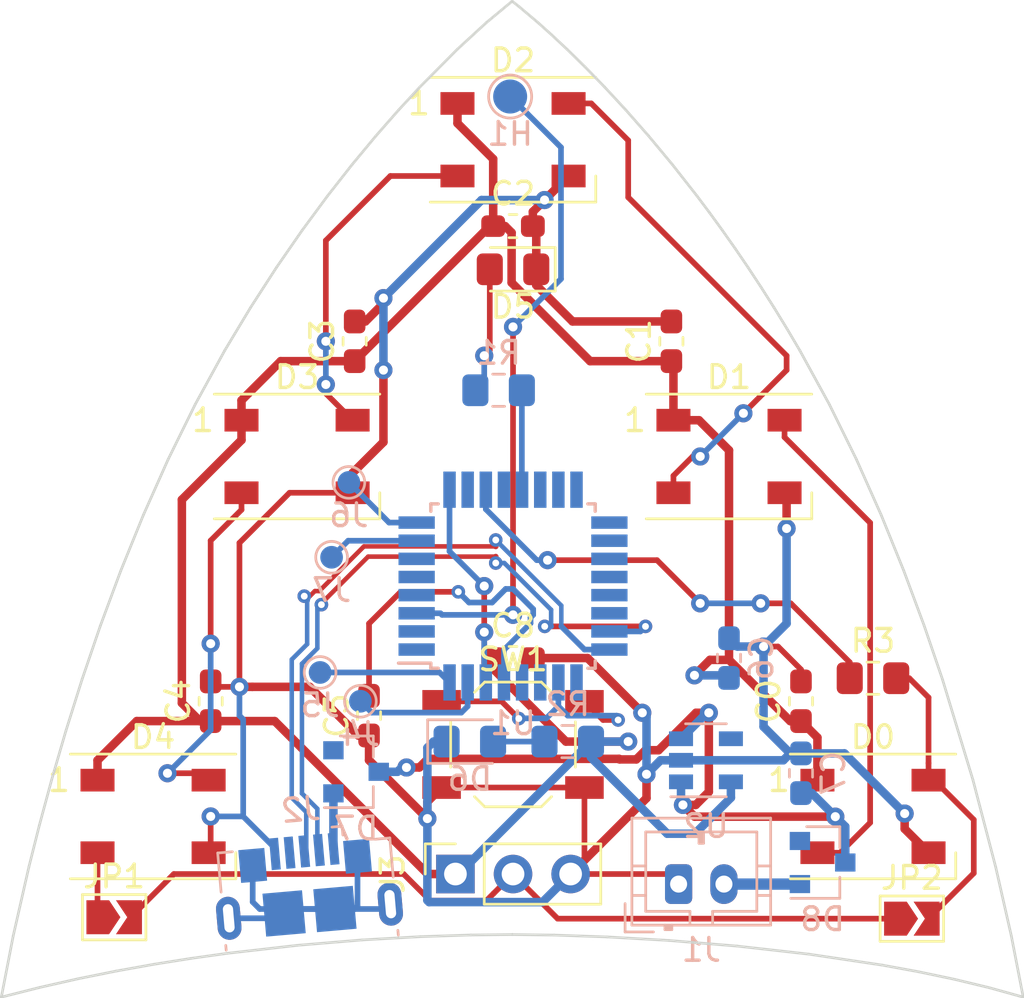
<source format=kicad_pcb>
(kicad_pcb (version 20171130) (host pcbnew 5.1.5-1.fc31)

  (general
    (thickness 1.6)
    (drawings 81)
    (tracks 401)
    (zones 0)
    (modules 34)
    (nets 48)
  )

  (page A4)
  (layers
    (0 F.Cu signal)
    (31 B.Cu signal)
    (32 B.Adhes user hide)
    (33 F.Adhes user hide)
    (34 B.Paste user hide)
    (35 F.Paste user hide)
    (36 B.SilkS user hide)
    (37 F.SilkS user hide)
    (38 B.Mask user hide)
    (39 F.Mask user hide)
    (40 Dwgs.User user hide)
    (41 Cmts.User user hide)
    (42 Eco1.User user hide)
    (43 Eco2.User user hide)
    (44 Edge.Cuts user)
    (45 Margin user hide)
    (46 B.CrtYd user hide)
    (47 F.CrtYd user hide)
    (48 B.Fab user hide)
    (49 F.Fab user hide)
  )

  (setup
    (last_trace_width 0.25)
    (user_trace_width 0.375)
    (user_trace_width 0.5)
    (trace_clearance 0.2)
    (zone_clearance 0.508)
    (zone_45_only no)
    (trace_min 0.2)
    (via_size 0.8)
    (via_drill 0.4)
    (via_min_size 0.4)
    (via_min_drill 0.3)
    (user_via 0.6 0.3)
    (uvia_size 0.3)
    (uvia_drill 0.1)
    (uvias_allowed no)
    (uvia_min_size 0.2)
    (uvia_min_drill 0.1)
    (edge_width 0.05)
    (segment_width 0.2)
    (pcb_text_width 0.3)
    (pcb_text_size 1.5 1.5)
    (mod_edge_width 0.12)
    (mod_text_size 1 1)
    (mod_text_width 0.15)
    (pad_size 1.524 1.524)
    (pad_drill 0.762)
    (pad_to_mask_clearance 0.051)
    (solder_mask_min_width 0.25)
    (aux_axis_origin 0 0)
    (visible_elements FFFFFF7F)
    (pcbplotparams
      (layerselection 0x010fc_ffffffff)
      (usegerberextensions false)
      (usegerberattributes false)
      (usegerberadvancedattributes false)
      (creategerberjobfile false)
      (excludeedgelayer true)
      (linewidth 0.100000)
      (plotframeref false)
      (viasonmask false)
      (mode 1)
      (useauxorigin false)
      (hpglpennumber 1)
      (hpglpenspeed 20)
      (hpglpendiameter 15.000000)
      (psnegative false)
      (psa4output false)
      (plotreference true)
      (plotvalue true)
      (plotinvisibletext false)
      (padsonsilk false)
      (subtractmaskfromsilk false)
      (outputformat 1)
      (mirror false)
      (drillshape 1)
      (scaleselection 1)
      (outputdirectory ""))
  )

  (net 0 "")
  (net 1 GND)
  (net 2 +3V3)
  (net 3 "Net-(D0-Pad2)")
  (net 4 "Net-(D0-Pad4)")
  (net 5 "Net-(D1-Pad2)")
  (net 6 "Net-(D2-Pad2)")
  (net 7 "Net-(D3-Pad2)")
  (net 8 "Net-(D4-Pad2)")
  (net 9 "Net-(C5-Pad2)")
  (net 10 "Net-(C7-Pad1)")
  (net 11 "Net-(D5-Pad2)")
  (net 12 "Net-(D6-Pad2)")
  (net 13 VBUS)
  (net 14 +BATT)
  (net 15 "Net-(H1-Pad1)")
  (net 16 "Net-(J2-Pad6)")
  (net 17 "Net-(J2-Pad4)")
  (net 18 "Net-(J3-Pad2)")
  (net 19 "Net-(J4-Pad1)")
  (net 20 "Net-(J5-Pad1)")
  (net 21 "Net-(J6-Pad1)")
  (net 22 "Net-(J7-Pad1)")
  (net 23 "Net-(R1-Pad1)")
  (net 24 "Net-(R3-Pad1)")
  (net 25 "Net-(SW1-Pad1)")
  (net 26 "Net-(U1-Pad28)")
  (net 27 "Net-(U1-Pad27)")
  (net 28 "Net-(U1-Pad25)")
  (net 29 "Net-(U1-Pad22)")
  (net 30 "Net-(U1-Pad21)")
  (net 31 "Net-(U1-Pad20)")
  (net 32 "Net-(U1-Pad19)")
  (net 33 "Net-(U1-Pad18)")
  (net 34 "Net-(U1-Pad17)")
  (net 35 "Net-(U1-Pad16)")
  (net 36 "Net-(U1-Pad15)")
  (net 37 "Net-(U1-Pad14)")
  (net 38 "Net-(U1-Pad12)")
  (net 39 "Net-(U1-Pad10)")
  (net 40 "Net-(U1-Pad6)")
  (net 41 "Net-(U1-Pad5)")
  (net 42 "Net-(U1-Pad4)")
  (net 43 "Net-(U1-Pad2)")
  (net 44 "Net-(U1-Pad1)")
  (net 45 "Net-(U2-Pad4)")
  (net 46 /USB_D+)
  (net 47 /USB_D-)

  (net_class Default "This is the default net class."
    (clearance 0.2)
    (trace_width 0.25)
    (via_dia 0.8)
    (via_drill 0.4)
    (uvia_dia 0.3)
    (uvia_drill 0.1)
    (add_net +3V3)
    (add_net +BATT)
    (add_net /USB_D+)
    (add_net /USB_D-)
    (add_net GND)
    (add_net "Net-(C5-Pad2)")
    (add_net "Net-(C7-Pad1)")
    (add_net "Net-(D0-Pad2)")
    (add_net "Net-(D0-Pad4)")
    (add_net "Net-(D1-Pad2)")
    (add_net "Net-(D2-Pad2)")
    (add_net "Net-(D3-Pad2)")
    (add_net "Net-(D4-Pad2)")
    (add_net "Net-(D5-Pad2)")
    (add_net "Net-(D6-Pad2)")
    (add_net "Net-(H1-Pad1)")
    (add_net "Net-(J2-Pad4)")
    (add_net "Net-(J2-Pad6)")
    (add_net "Net-(J3-Pad2)")
    (add_net "Net-(J4-Pad1)")
    (add_net "Net-(J5-Pad1)")
    (add_net "Net-(J6-Pad1)")
    (add_net "Net-(J7-Pad1)")
    (add_net "Net-(R1-Pad1)")
    (add_net "Net-(R3-Pad1)")
    (add_net "Net-(SW1-Pad1)")
    (add_net "Net-(U1-Pad1)")
    (add_net "Net-(U1-Pad10)")
    (add_net "Net-(U1-Pad12)")
    (add_net "Net-(U1-Pad14)")
    (add_net "Net-(U1-Pad15)")
    (add_net "Net-(U1-Pad16)")
    (add_net "Net-(U1-Pad17)")
    (add_net "Net-(U1-Pad18)")
    (add_net "Net-(U1-Pad19)")
    (add_net "Net-(U1-Pad2)")
    (add_net "Net-(U1-Pad20)")
    (add_net "Net-(U1-Pad21)")
    (add_net "Net-(U1-Pad22)")
    (add_net "Net-(U1-Pad25)")
    (add_net "Net-(U1-Pad27)")
    (add_net "Net-(U1-Pad28)")
    (add_net "Net-(U1-Pad4)")
    (add_net "Net-(U1-Pad5)")
    (add_net "Net-(U1-Pad6)")
    (add_net "Net-(U2-Pad4)")
    (add_net VBUS)
  )

  (module Button_Switch_SMD:SW_SPST_TL3342 (layer F.Cu) (tedit 5A02FC95) (tstamp 5E19D4E7)
    (at 200.025 132.715)
    (descr "Low-profile SMD Tactile Switch, https://www.e-switch.com/system/asset/product_line/data_sheet/165/TL3342.pdf")
    (tags "SPST Tactile Switch")
    (path /5E29FBEB)
    (attr smd)
    (fp_text reference SW1 (at 0 -3.75) (layer F.SilkS)
      (effects (font (size 1 1) (thickness 0.15)))
    )
    (fp_text value SW_Push (at 0 3.75) (layer F.Fab)
      (effects (font (size 1 1) (thickness 0.15)))
    )
    (fp_circle (center 0 0) (end 1 0) (layer F.Fab) (width 0.1))
    (fp_line (start -4.25 3) (end -4.25 -3) (layer F.CrtYd) (width 0.05))
    (fp_line (start 4.25 3) (end -4.25 3) (layer F.CrtYd) (width 0.05))
    (fp_line (start 4.25 -3) (end 4.25 3) (layer F.CrtYd) (width 0.05))
    (fp_line (start -4.25 -3) (end 4.25 -3) (layer F.CrtYd) (width 0.05))
    (fp_line (start -1.2 -2.6) (end -2.6 -1.2) (layer F.Fab) (width 0.1))
    (fp_line (start 1.2 -2.6) (end -1.2 -2.6) (layer F.Fab) (width 0.1))
    (fp_line (start 2.6 -1.2) (end 1.2 -2.6) (layer F.Fab) (width 0.1))
    (fp_line (start 2.6 1.2) (end 2.6 -1.2) (layer F.Fab) (width 0.1))
    (fp_line (start 1.2 2.6) (end 2.6 1.2) (layer F.Fab) (width 0.1))
    (fp_line (start -1.2 2.6) (end 1.2 2.6) (layer F.Fab) (width 0.1))
    (fp_line (start -2.6 1.2) (end -1.2 2.6) (layer F.Fab) (width 0.1))
    (fp_line (start -2.6 -1.2) (end -2.6 1.2) (layer F.Fab) (width 0.1))
    (fp_line (start -1.25 -2.75) (end 1.25 -2.75) (layer F.SilkS) (width 0.12))
    (fp_line (start -2.75 -1) (end -2.75 1) (layer F.SilkS) (width 0.12))
    (fp_line (start -1.25 2.75) (end 1.25 2.75) (layer F.SilkS) (width 0.12))
    (fp_line (start 2.75 -1) (end 2.75 1) (layer F.SilkS) (width 0.12))
    (fp_line (start -2 1) (end -2 -1) (layer F.Fab) (width 0.1))
    (fp_line (start -1 2) (end -2 1) (layer F.Fab) (width 0.1))
    (fp_line (start 1 2) (end -1 2) (layer F.Fab) (width 0.1))
    (fp_line (start 2 1) (end 1 2) (layer F.Fab) (width 0.1))
    (fp_line (start 2 -1) (end 2 1) (layer F.Fab) (width 0.1))
    (fp_line (start 1 -2) (end 2 -1) (layer F.Fab) (width 0.1))
    (fp_line (start -1 -2) (end 1 -2) (layer F.Fab) (width 0.1))
    (fp_line (start -2 -1) (end -1 -2) (layer F.Fab) (width 0.1))
    (fp_line (start -1.7 -2.3) (end -1.25 -2.75) (layer F.SilkS) (width 0.12))
    (fp_line (start 1.7 -2.3) (end 1.25 -2.75) (layer F.SilkS) (width 0.12))
    (fp_line (start 1.7 2.3) (end 1.25 2.75) (layer F.SilkS) (width 0.12))
    (fp_line (start -1.7 2.3) (end -1.25 2.75) (layer F.SilkS) (width 0.12))
    (fp_line (start 3.2 1.6) (end 2.2 1.6) (layer F.Fab) (width 0.1))
    (fp_line (start 2.7 2.1) (end 2.7 1.6) (layer F.Fab) (width 0.1))
    (fp_line (start 1.7 2.1) (end 3.2 2.1) (layer F.Fab) (width 0.1))
    (fp_line (start -1.7 2.1) (end -3.2 2.1) (layer F.Fab) (width 0.1))
    (fp_line (start -3.2 1.6) (end -2.2 1.6) (layer F.Fab) (width 0.1))
    (fp_line (start -2.7 2.1) (end -2.7 1.6) (layer F.Fab) (width 0.1))
    (fp_line (start -3.2 -1.6) (end -2.2 -1.6) (layer F.Fab) (width 0.1))
    (fp_line (start -1.7 -2.1) (end -3.2 -2.1) (layer F.Fab) (width 0.1))
    (fp_line (start -2.7 -2.1) (end -2.7 -1.6) (layer F.Fab) (width 0.1))
    (fp_line (start 3.2 -1.6) (end 2.2 -1.6) (layer F.Fab) (width 0.1))
    (fp_line (start 1.7 -2.1) (end 3.2 -2.1) (layer F.Fab) (width 0.1))
    (fp_line (start 2.7 -2.1) (end 2.7 -1.6) (layer F.Fab) (width 0.1))
    (fp_line (start -3.2 -2.1) (end -3.2 -1.6) (layer F.Fab) (width 0.1))
    (fp_line (start -3.2 2.1) (end -3.2 1.6) (layer F.Fab) (width 0.1))
    (fp_line (start 3.2 -2.1) (end 3.2 -1.6) (layer F.Fab) (width 0.1))
    (fp_line (start 3.2 2.1) (end 3.2 1.6) (layer F.Fab) (width 0.1))
    (fp_text user %R (at 0 -3.75) (layer F.Fab)
      (effects (font (size 1 1) (thickness 0.15)))
    )
    (pad 2 smd rect (at 3.15 1.9) (size 1.7 1) (layers F.Cu F.Paste F.Mask)
      (net 1 GND))
    (pad 2 smd rect (at -3.15 1.9) (size 1.7 1) (layers F.Cu F.Paste F.Mask)
      (net 1 GND))
    (pad 1 smd rect (at 3.15 -1.9) (size 1.7 1) (layers F.Cu F.Paste F.Mask)
      (net 25 "Net-(SW1-Pad1)"))
    (pad 1 smd rect (at -3.15 -1.9) (size 1.7 1) (layers F.Cu F.Paste F.Mask)
      (net 25 "Net-(SW1-Pad1)"))
    (model ${KISYS3DMOD}/Button_Switch_SMD.3dshapes/SW_SPST_TL3342.wrl
      (at (xyz 0 0 0))
      (scale (xyz 1 1 1))
      (rotate (xyz 0 0 0))
    )
  )

  (module Package_TO_SOT_SMD:SOT-23-5 (layer B.Cu) (tedit 5A02FF57) (tstamp 5E19C0F5)
    (at 208.534 133.4135)
    (descr "5-pin SOT23 package")
    (tags SOT-23-5)
    (path /5E18ED9B)
    (attr smd)
    (fp_text reference U2 (at 0 2.9) (layer B.SilkS)
      (effects (font (size 1 1) (thickness 0.15)) (justify mirror))
    )
    (fp_text value AP2112K-3.3 (at 0 -2.9) (layer B.Fab)
      (effects (font (size 1 1) (thickness 0.15)) (justify mirror))
    )
    (fp_line (start 0.9 1.55) (end 0.9 -1.55) (layer B.Fab) (width 0.1))
    (fp_line (start 0.9 -1.55) (end -0.9 -1.55) (layer B.Fab) (width 0.1))
    (fp_line (start -0.9 0.9) (end -0.9 -1.55) (layer B.Fab) (width 0.1))
    (fp_line (start 0.9 1.55) (end -0.25 1.55) (layer B.Fab) (width 0.1))
    (fp_line (start -0.9 0.9) (end -0.25 1.55) (layer B.Fab) (width 0.1))
    (fp_line (start -1.9 -1.8) (end -1.9 1.8) (layer B.CrtYd) (width 0.05))
    (fp_line (start 1.9 -1.8) (end -1.9 -1.8) (layer B.CrtYd) (width 0.05))
    (fp_line (start 1.9 1.8) (end 1.9 -1.8) (layer B.CrtYd) (width 0.05))
    (fp_line (start -1.9 1.8) (end 1.9 1.8) (layer B.CrtYd) (width 0.05))
    (fp_line (start 0.9 1.61) (end -1.55 1.61) (layer B.SilkS) (width 0.12))
    (fp_line (start -0.9 -1.61) (end 0.9 -1.61) (layer B.SilkS) (width 0.12))
    (fp_text user %R (at 0 0 -90) (layer B.Fab)
      (effects (font (size 0.5 0.5) (thickness 0.075)) (justify mirror))
    )
    (pad 5 smd rect (at 1.1 0.95) (size 1.06 0.65) (layers B.Cu B.Paste B.Mask)
      (net 2 +3V3))
    (pad 4 smd rect (at 1.1 -0.95) (size 1.06 0.65) (layers B.Cu B.Paste B.Mask)
      (net 45 "Net-(U2-Pad4)"))
    (pad 3 smd rect (at -1.1 -0.95) (size 1.06 0.65) (layers B.Cu B.Paste B.Mask)
      (net 10 "Net-(C7-Pad1)"))
    (pad 2 smd rect (at -1.1 0) (size 1.06 0.65) (layers B.Cu B.Paste B.Mask)
      (net 1 GND))
    (pad 1 smd rect (at -1.1 0.95) (size 1.06 0.65) (layers B.Cu B.Paste B.Mask)
      (net 10 "Net-(C7-Pad1)"))
    (model ${KISYS3DMOD}/Package_TO_SOT_SMD.3dshapes/SOT-23-5.wrl
      (at (xyz 0 0 0))
      (scale (xyz 1 1 1))
      (rotate (xyz 0 0 0))
    )
  )

  (module Package_QFP:TQFP-32_7x7mm_P0.8mm (layer B.Cu) (tedit 5A02F146) (tstamp 5E19C0E0)
    (at 200.025 125.73)
    (descr "32-Lead Plastic Thin Quad Flatpack (PT) - 7x7x1.0 mm Body, 2.00 mm [TQFP] (see Microchip Packaging Specification 00000049BS.pdf)")
    (tags "QFP 0.8")
    (path /5E19E447)
    (attr smd)
    (fp_text reference U1 (at 0 6.05) (layer B.SilkS)
      (effects (font (size 1 1) (thickness 0.15)) (justify mirror))
    )
    (fp_text value ATSAMD21E18A-AU (at 0 -6.05) (layer B.Fab)
      (effects (font (size 1 1) (thickness 0.15)) (justify mirror))
    )
    (fp_line (start -3.625 3.4) (end -5.05 3.4) (layer B.SilkS) (width 0.15))
    (fp_line (start 3.625 3.625) (end 3.3 3.625) (layer B.SilkS) (width 0.15))
    (fp_line (start 3.625 -3.625) (end 3.3 -3.625) (layer B.SilkS) (width 0.15))
    (fp_line (start -3.625 -3.625) (end -3.3 -3.625) (layer B.SilkS) (width 0.15))
    (fp_line (start -3.625 3.625) (end -3.3 3.625) (layer B.SilkS) (width 0.15))
    (fp_line (start -3.625 -3.625) (end -3.625 -3.3) (layer B.SilkS) (width 0.15))
    (fp_line (start 3.625 -3.625) (end 3.625 -3.3) (layer B.SilkS) (width 0.15))
    (fp_line (start 3.625 3.625) (end 3.625 3.3) (layer B.SilkS) (width 0.15))
    (fp_line (start -3.625 3.625) (end -3.625 3.4) (layer B.SilkS) (width 0.15))
    (fp_line (start -5.3 -5.3) (end 5.3 -5.3) (layer B.CrtYd) (width 0.05))
    (fp_line (start -5.3 5.3) (end 5.3 5.3) (layer B.CrtYd) (width 0.05))
    (fp_line (start 5.3 5.3) (end 5.3 -5.3) (layer B.CrtYd) (width 0.05))
    (fp_line (start -5.3 5.3) (end -5.3 -5.3) (layer B.CrtYd) (width 0.05))
    (fp_line (start -3.5 2.5) (end -2.5 3.5) (layer B.Fab) (width 0.15))
    (fp_line (start -3.5 -3.5) (end -3.5 2.5) (layer B.Fab) (width 0.15))
    (fp_line (start 3.5 -3.5) (end -3.5 -3.5) (layer B.Fab) (width 0.15))
    (fp_line (start 3.5 3.5) (end 3.5 -3.5) (layer B.Fab) (width 0.15))
    (fp_line (start -2.5 3.5) (end 3.5 3.5) (layer B.Fab) (width 0.15))
    (fp_text user %R (at 0 0) (layer B.Fab)
      (effects (font (size 1 1) (thickness 0.15)) (justify mirror))
    )
    (pad 32 smd rect (at -2.8 4.25 270) (size 1.6 0.55) (layers B.Cu B.Paste B.Mask)
      (net 20 "Net-(J5-Pad1)"))
    (pad 31 smd rect (at -2 4.25 270) (size 1.6 0.55) (layers B.Cu B.Paste B.Mask)
      (net 19 "Net-(J4-Pad1)"))
    (pad 30 smd rect (at -1.2 4.25 270) (size 1.6 0.55) (layers B.Cu B.Paste B.Mask)
      (net 2 +3V3))
    (pad 29 smd rect (at -0.4 4.25 270) (size 1.6 0.55) (layers B.Cu B.Paste B.Mask)
      (net 9 "Net-(C5-Pad2)"))
    (pad 28 smd rect (at 0.4 4.25 270) (size 1.6 0.55) (layers B.Cu B.Paste B.Mask)
      (net 26 "Net-(U1-Pad28)"))
    (pad 27 smd rect (at 1.2 4.25 270) (size 1.6 0.55) (layers B.Cu B.Paste B.Mask)
      (net 27 "Net-(U1-Pad27)"))
    (pad 26 smd rect (at 2 4.25 270) (size 1.6 0.55) (layers B.Cu B.Paste B.Mask)
      (net 25 "Net-(SW1-Pad1)"))
    (pad 25 smd rect (at 2.8 4.25 270) (size 1.6 0.55) (layers B.Cu B.Paste B.Mask)
      (net 28 "Net-(U1-Pad25)"))
    (pad 24 smd rect (at 4.25 2.8) (size 1.6 0.55) (layers B.Cu B.Paste B.Mask)
      (net 46 /USB_D+))
    (pad 23 smd rect (at 4.25 2) (size 1.6 0.55) (layers B.Cu B.Paste B.Mask)
      (net 47 /USB_D-))
    (pad 22 smd rect (at 4.25 1.2) (size 1.6 0.55) (layers B.Cu B.Paste B.Mask)
      (net 29 "Net-(U1-Pad22)"))
    (pad 21 smd rect (at 4.25 0.4) (size 1.6 0.55) (layers B.Cu B.Paste B.Mask)
      (net 30 "Net-(U1-Pad21)"))
    (pad 20 smd rect (at 4.25 -0.4) (size 1.6 0.55) (layers B.Cu B.Paste B.Mask)
      (net 31 "Net-(U1-Pad20)"))
    (pad 19 smd rect (at 4.25 -1.2) (size 1.6 0.55) (layers B.Cu B.Paste B.Mask)
      (net 32 "Net-(U1-Pad19)"))
    (pad 18 smd rect (at 4.25 -2) (size 1.6 0.55) (layers B.Cu B.Paste B.Mask)
      (net 33 "Net-(U1-Pad18)"))
    (pad 17 smd rect (at 4.25 -2.8) (size 1.6 0.55) (layers B.Cu B.Paste B.Mask)
      (net 34 "Net-(U1-Pad17)"))
    (pad 16 smd rect (at 2.8 -4.25 270) (size 1.6 0.55) (layers B.Cu B.Paste B.Mask)
      (net 35 "Net-(U1-Pad16)"))
    (pad 15 smd rect (at 2 -4.25 270) (size 1.6 0.55) (layers B.Cu B.Paste B.Mask)
      (net 36 "Net-(U1-Pad15)"))
    (pad 14 smd rect (at 1.2 -4.25 270) (size 1.6 0.55) (layers B.Cu B.Paste B.Mask)
      (net 37 "Net-(U1-Pad14)"))
    (pad 13 smd rect (at 0.4 -4.25 270) (size 1.6 0.55) (layers B.Cu B.Paste B.Mask)
      (net 23 "Net-(R1-Pad1)"))
    (pad 12 smd rect (at -0.4 -4.25 270) (size 1.6 0.55) (layers B.Cu B.Paste B.Mask)
      (net 38 "Net-(U1-Pad12)"))
    (pad 11 smd rect (at -1.2 -4.25 270) (size 1.6 0.55) (layers B.Cu B.Paste B.Mask)
      (net 24 "Net-(R3-Pad1)"))
    (pad 10 smd rect (at -2 -4.25 270) (size 1.6 0.55) (layers B.Cu B.Paste B.Mask)
      (net 39 "Net-(U1-Pad10)"))
    (pad 9 smd rect (at -2.8 -4.25 270) (size 1.6 0.55) (layers B.Cu B.Paste B.Mask)
      (net 2 +3V3))
    (pad 8 smd rect (at -4.25 -2.8) (size 1.6 0.55) (layers B.Cu B.Paste B.Mask)
      (net 21 "Net-(J6-Pad1)"))
    (pad 7 smd rect (at -4.25 -2) (size 1.6 0.55) (layers B.Cu B.Paste B.Mask)
      (net 22 "Net-(J7-Pad1)"))
    (pad 6 smd rect (at -4.25 -1.2) (size 1.6 0.55) (layers B.Cu B.Paste B.Mask)
      (net 40 "Net-(U1-Pad6)"))
    (pad 5 smd rect (at -4.25 -0.4) (size 1.6 0.55) (layers B.Cu B.Paste B.Mask)
      (net 41 "Net-(U1-Pad5)"))
    (pad 4 smd rect (at -4.25 0.4) (size 1.6 0.55) (layers B.Cu B.Paste B.Mask)
      (net 42 "Net-(U1-Pad4)"))
    (pad 3 smd rect (at -4.25 1.2) (size 1.6 0.55) (layers B.Cu B.Paste B.Mask)
      (net 15 "Net-(H1-Pad1)"))
    (pad 2 smd rect (at -4.25 2) (size 1.6 0.55) (layers B.Cu B.Paste B.Mask)
      (net 43 "Net-(U1-Pad2)"))
    (pad 1 smd rect (at -4.25 2.8) (size 1.6 0.55) (layers B.Cu B.Paste B.Mask)
      (net 44 "Net-(U1-Pad1)"))
    (model ${KISYS3DMOD}/Package_QFP.3dshapes/TQFP-32_7x7mm_P0.8mm.wrl
      (at (xyz 0 0 0))
      (scale (xyz 1 1 1))
      (rotate (xyz 0 0 0))
    )
  )

  (module Resistor_SMD:R_0805_2012Metric_Pad1.15x1.40mm_HandSolder (layer F.Cu) (tedit 5B36C52B) (tstamp 5E19C08A)
    (at 215.9 129.794)
    (descr "Resistor SMD 0805 (2012 Metric), square (rectangular) end terminal, IPC_7351 nominal with elongated pad for handsoldering. (Body size source: https://docs.google.com/spreadsheets/d/1BsfQQcO9C6DZCsRaXUlFlo91Tg2WpOkGARC1WS5S8t0/edit?usp=sharing), generated with kicad-footprint-generator")
    (tags "resistor handsolder")
    (path /5E22560F)
    (attr smd)
    (fp_text reference R3 (at 0 -1.65) (layer F.SilkS)
      (effects (font (size 1 1) (thickness 0.15)))
    )
    (fp_text value R (at 0 1.65) (layer F.Fab)
      (effects (font (size 1 1) (thickness 0.15)))
    )
    (fp_text user %R (at 0 0) (layer F.Fab)
      (effects (font (size 0.5 0.5) (thickness 0.08)))
    )
    (fp_line (start 1.85 0.95) (end -1.85 0.95) (layer F.CrtYd) (width 0.05))
    (fp_line (start 1.85 -0.95) (end 1.85 0.95) (layer F.CrtYd) (width 0.05))
    (fp_line (start -1.85 -0.95) (end 1.85 -0.95) (layer F.CrtYd) (width 0.05))
    (fp_line (start -1.85 0.95) (end -1.85 -0.95) (layer F.CrtYd) (width 0.05))
    (fp_line (start -0.261252 0.71) (end 0.261252 0.71) (layer F.SilkS) (width 0.12))
    (fp_line (start -0.261252 -0.71) (end 0.261252 -0.71) (layer F.SilkS) (width 0.12))
    (fp_line (start 1 0.6) (end -1 0.6) (layer F.Fab) (width 0.1))
    (fp_line (start 1 -0.6) (end 1 0.6) (layer F.Fab) (width 0.1))
    (fp_line (start -1 -0.6) (end 1 -0.6) (layer F.Fab) (width 0.1))
    (fp_line (start -1 0.6) (end -1 -0.6) (layer F.Fab) (width 0.1))
    (pad 2 smd roundrect (at 1.025 0) (size 1.15 1.4) (layers F.Cu F.Paste F.Mask) (roundrect_rratio 0.217391)
      (net 4 "Net-(D0-Pad4)"))
    (pad 1 smd roundrect (at -1.025 0) (size 1.15 1.4) (layers F.Cu F.Paste F.Mask) (roundrect_rratio 0.217391)
      (net 24 "Net-(R3-Pad1)"))
    (model ${KISYS3DMOD}/Resistor_SMD.3dshapes/R_0805_2012Metric.wrl
      (at (xyz 0 0 0))
      (scale (xyz 1 1 1))
      (rotate (xyz 0 0 0))
    )
  )

  (module Resistor_SMD:R_0805_2012Metric_Pad1.15x1.40mm_HandSolder (layer B.Cu) (tedit 5B36C52B) (tstamp 5E19C079)
    (at 202.438 132.588 180)
    (descr "Resistor SMD 0805 (2012 Metric), square (rectangular) end terminal, IPC_7351 nominal with elongated pad for handsoldering. (Body size source: https://docs.google.com/spreadsheets/d/1BsfQQcO9C6DZCsRaXUlFlo91Tg2WpOkGARC1WS5S8t0/edit?usp=sharing), generated with kicad-footprint-generator")
    (tags "resistor handsolder")
    (path /5E1E14EC)
    (attr smd)
    (fp_text reference R2 (at 0 1.65) (layer B.SilkS)
      (effects (font (size 1 1) (thickness 0.15)) (justify mirror))
    )
    (fp_text value R (at 0 -1.65) (layer B.Fab)
      (effects (font (size 1 1) (thickness 0.15)) (justify mirror))
    )
    (fp_text user %R (at 0 0) (layer B.Fab)
      (effects (font (size 0.5 0.5) (thickness 0.08)) (justify mirror))
    )
    (fp_line (start 1.85 -0.95) (end -1.85 -0.95) (layer B.CrtYd) (width 0.05))
    (fp_line (start 1.85 0.95) (end 1.85 -0.95) (layer B.CrtYd) (width 0.05))
    (fp_line (start -1.85 0.95) (end 1.85 0.95) (layer B.CrtYd) (width 0.05))
    (fp_line (start -1.85 -0.95) (end -1.85 0.95) (layer B.CrtYd) (width 0.05))
    (fp_line (start -0.261252 -0.71) (end 0.261252 -0.71) (layer B.SilkS) (width 0.12))
    (fp_line (start -0.261252 0.71) (end 0.261252 0.71) (layer B.SilkS) (width 0.12))
    (fp_line (start 1 -0.6) (end -1 -0.6) (layer B.Fab) (width 0.1))
    (fp_line (start 1 0.6) (end 1 -0.6) (layer B.Fab) (width 0.1))
    (fp_line (start -1 0.6) (end 1 0.6) (layer B.Fab) (width 0.1))
    (fp_line (start -1 -0.6) (end -1 0.6) (layer B.Fab) (width 0.1))
    (pad 2 smd roundrect (at 1.025 0 180) (size 1.15 1.4) (layers B.Cu B.Paste B.Mask) (roundrect_rratio 0.217391)
      (net 12 "Net-(D6-Pad2)"))
    (pad 1 smd roundrect (at -1.025 0 180) (size 1.15 1.4) (layers B.Cu B.Paste B.Mask) (roundrect_rratio 0.217391)
      (net 2 +3V3))
    (model ${KISYS3DMOD}/Resistor_SMD.3dshapes/R_0805_2012Metric.wrl
      (at (xyz 0 0 0))
      (scale (xyz 1 1 1))
      (rotate (xyz 0 0 0))
    )
  )

  (module Resistor_SMD:R_0805_2012Metric_Pad1.15x1.40mm_HandSolder (layer B.Cu) (tedit 5B36C52B) (tstamp 5E19C068)
    (at 199.39 117.094 180)
    (descr "Resistor SMD 0805 (2012 Metric), square (rectangular) end terminal, IPC_7351 nominal with elongated pad for handsoldering. (Body size source: https://docs.google.com/spreadsheets/d/1BsfQQcO9C6DZCsRaXUlFlo91Tg2WpOkGARC1WS5S8t0/edit?usp=sharing), generated with kicad-footprint-generator")
    (tags "resistor handsolder")
    (path /5E1C6EB2)
    (attr smd)
    (fp_text reference R1 (at 0 1.65) (layer B.SilkS)
      (effects (font (size 1 1) (thickness 0.15)) (justify mirror))
    )
    (fp_text value R (at 0 -1.65) (layer B.Fab)
      (effects (font (size 1 1) (thickness 0.15)) (justify mirror))
    )
    (fp_text user %R (at 0 0) (layer B.Fab)
      (effects (font (size 0.5 0.5) (thickness 0.08)) (justify mirror))
    )
    (fp_line (start 1.85 -0.95) (end -1.85 -0.95) (layer B.CrtYd) (width 0.05))
    (fp_line (start 1.85 0.95) (end 1.85 -0.95) (layer B.CrtYd) (width 0.05))
    (fp_line (start -1.85 0.95) (end 1.85 0.95) (layer B.CrtYd) (width 0.05))
    (fp_line (start -1.85 -0.95) (end -1.85 0.95) (layer B.CrtYd) (width 0.05))
    (fp_line (start -0.261252 -0.71) (end 0.261252 -0.71) (layer B.SilkS) (width 0.12))
    (fp_line (start -0.261252 0.71) (end 0.261252 0.71) (layer B.SilkS) (width 0.12))
    (fp_line (start 1 -0.6) (end -1 -0.6) (layer B.Fab) (width 0.1))
    (fp_line (start 1 0.6) (end 1 -0.6) (layer B.Fab) (width 0.1))
    (fp_line (start -1 0.6) (end 1 0.6) (layer B.Fab) (width 0.1))
    (fp_line (start -1 -0.6) (end -1 0.6) (layer B.Fab) (width 0.1))
    (pad 2 smd roundrect (at 1.025 0 180) (size 1.15 1.4) (layers B.Cu B.Paste B.Mask) (roundrect_rratio 0.217391)
      (net 11 "Net-(D5-Pad2)"))
    (pad 1 smd roundrect (at -1.025 0 180) (size 1.15 1.4) (layers B.Cu B.Paste B.Mask) (roundrect_rratio 0.217391)
      (net 23 "Net-(R1-Pad1)"))
    (model ${KISYS3DMOD}/Resistor_SMD.3dshapes/R_0805_2012Metric.wrl
      (at (xyz 0 0 0))
      (scale (xyz 1 1 1))
      (rotate (xyz 0 0 0))
    )
  )

  (module Jumper:SolderJumper-2_P1.3mm_Open_TrianglePad1.0x1.5mm (layer F.Cu) (tedit 5A64794F) (tstamp 5E19C057)
    (at 217.6145 140.3985)
    (descr "SMD Solder Jumper, 1x1.5mm Triangular Pads, 0.3mm gap, open")
    (tags "solder jumper open")
    (path /5E249CE5)
    (attr virtual)
    (fp_text reference JP2 (at 0 -1.8) (layer F.SilkS)
      (effects (font (size 1 1) (thickness 0.15)))
    )
    (fp_text value SolderJumper_2_Open (at 0 1.9) (layer F.Fab)
      (effects (font (size 1 1) (thickness 0.15)))
    )
    (fp_line (start 1.65 1.25) (end -1.65 1.25) (layer F.CrtYd) (width 0.05))
    (fp_line (start 1.65 1.25) (end 1.65 -1.25) (layer F.CrtYd) (width 0.05))
    (fp_line (start -1.65 -1.25) (end -1.65 1.25) (layer F.CrtYd) (width 0.05))
    (fp_line (start -1.65 -1.25) (end 1.65 -1.25) (layer F.CrtYd) (width 0.05))
    (fp_line (start -1.4 -1) (end 1.4 -1) (layer F.SilkS) (width 0.12))
    (fp_line (start 1.4 -1) (end 1.4 1) (layer F.SilkS) (width 0.12))
    (fp_line (start 1.4 1) (end -1.4 1) (layer F.SilkS) (width 0.12))
    (fp_line (start -1.4 1) (end -1.4 -1) (layer F.SilkS) (width 0.12))
    (pad 1 smd custom (at -0.725 0) (size 0.3 0.3) (layers F.Cu F.Mask)
      (net 18 "Net-(J3-Pad2)") (zone_connect 2)
      (options (clearance outline) (anchor rect))
      (primitives
        (gr_poly (pts
           (xy -0.5 -0.75) (xy 0.5 -0.75) (xy 1 0) (xy 0.5 0.75) (xy -0.5 0.75)
) (width 0))
      ))
    (pad 2 smd custom (at 0.725 0) (size 0.3 0.3) (layers F.Cu F.Mask)
      (net 4 "Net-(D0-Pad4)") (zone_connect 2)
      (options (clearance outline) (anchor rect))
      (primitives
        (gr_poly (pts
           (xy -0.65 -0.75) (xy 0.5 -0.75) (xy 0.5 0.75) (xy -0.65 0.75) (xy -0.15 0)
) (width 0))
      ))
  )

  (module Jumper:SolderJumper-2_P1.3mm_Open_TrianglePad1.0x1.5mm (layer F.Cu) (tedit 5A64794F) (tstamp 5E19C049)
    (at 182.4355 140.335)
    (descr "SMD Solder Jumper, 1x1.5mm Triangular Pads, 0.3mm gap, open")
    (tags "solder jumper open")
    (path /5E2551CC)
    (attr virtual)
    (fp_text reference JP1 (at 0 -1.8) (layer F.SilkS)
      (effects (font (size 1 1) (thickness 0.15)))
    )
    (fp_text value SolderJumper_2_Open (at 0 1.9) (layer F.Fab)
      (effects (font (size 1 1) (thickness 0.15)))
    )
    (fp_line (start 1.65 1.25) (end -1.65 1.25) (layer F.CrtYd) (width 0.05))
    (fp_line (start 1.65 1.25) (end 1.65 -1.25) (layer F.CrtYd) (width 0.05))
    (fp_line (start -1.65 -1.25) (end -1.65 1.25) (layer F.CrtYd) (width 0.05))
    (fp_line (start -1.65 -1.25) (end 1.65 -1.25) (layer F.CrtYd) (width 0.05))
    (fp_line (start -1.4 -1) (end 1.4 -1) (layer F.SilkS) (width 0.12))
    (fp_line (start 1.4 -1) (end 1.4 1) (layer F.SilkS) (width 0.12))
    (fp_line (start 1.4 1) (end -1.4 1) (layer F.SilkS) (width 0.12))
    (fp_line (start -1.4 1) (end -1.4 -1) (layer F.SilkS) (width 0.12))
    (pad 1 smd custom (at -0.725 0) (size 0.3 0.3) (layers F.Cu F.Mask)
      (net 8 "Net-(D4-Pad2)") (zone_connect 2)
      (options (clearance outline) (anchor rect))
      (primitives
        (gr_poly (pts
           (xy -0.5 -0.75) (xy 0.5 -0.75) (xy 1 0) (xy 0.5 0.75) (xy -0.5 0.75)
) (width 0))
      ))
    (pad 2 smd custom (at 0.725 0) (size 0.3 0.3) (layers F.Cu F.Mask)
      (net 18 "Net-(J3-Pad2)") (zone_connect 2)
      (options (clearance outline) (anchor rect))
      (primitives
        (gr_poly (pts
           (xy -0.65 -0.75) (xy 0.5 -0.75) (xy 0.5 0.75) (xy -0.65 0.75) (xy -0.15 0)
) (width 0))
      ))
  )

  (module TestPoint:TestPoint_Pad_D1.0mm (layer B.Cu) (tedit 5A0F774F) (tstamp 5E19C03B)
    (at 192.024 124.46)
    (descr "SMD pad as test Point, diameter 1.0mm")
    (tags "test point SMD pad")
    (path /5E284D5C)
    (attr virtual)
    (fp_text reference J7 (at 0 1.448) (layer B.SilkS)
      (effects (font (size 1 1) (thickness 0.15)) (justify mirror))
    )
    (fp_text value Conn_01x01 (at 0 -1.55) (layer B.Fab)
      (effects (font (size 1 1) (thickness 0.15)) (justify mirror))
    )
    (fp_circle (center 0 0) (end 0 -0.7) (layer B.SilkS) (width 0.12))
    (fp_circle (center 0 0) (end 1 0) (layer B.CrtYd) (width 0.05))
    (fp_text user %R (at 0 1.45) (layer B.Fab)
      (effects (font (size 1 1) (thickness 0.15)) (justify mirror))
    )
    (pad 1 smd circle (at 0 0) (size 1 1) (layers B.Cu B.Mask)
      (net 22 "Net-(J7-Pad1)"))
  )

  (module TestPoint:TestPoint_Pad_D1.0mm (layer B.Cu) (tedit 5A0F774F) (tstamp 5E19C033)
    (at 192.786 121.158)
    (descr "SMD pad as test Point, diameter 1.0mm")
    (tags "test point SMD pad")
    (path /5E284C2B)
    (attr virtual)
    (fp_text reference J6 (at 0 1.448) (layer B.SilkS)
      (effects (font (size 1 1) (thickness 0.15)) (justify mirror))
    )
    (fp_text value Conn_01x01 (at 0 -1.55) (layer B.Fab)
      (effects (font (size 1 1) (thickness 0.15)) (justify mirror))
    )
    (fp_circle (center 0 0) (end 0 -0.7) (layer B.SilkS) (width 0.12))
    (fp_circle (center 0 0) (end 1 0) (layer B.CrtYd) (width 0.05))
    (fp_text user %R (at 0 1.45) (layer B.Fab)
      (effects (font (size 1 1) (thickness 0.15)) (justify mirror))
    )
    (pad 1 smd circle (at 0 0) (size 1 1) (layers B.Cu B.Mask)
      (net 21 "Net-(J6-Pad1)"))
  )

  (module TestPoint:TestPoint_Pad_D1.0mm (layer B.Cu) (tedit 5A0F774F) (tstamp 5E19C02B)
    (at 191.516 129.54)
    (descr "SMD pad as test Point, diameter 1.0mm")
    (tags "test point SMD pad")
    (path /5E284AD0)
    (attr virtual)
    (fp_text reference J5 (at 0 1.448) (layer B.SilkS)
      (effects (font (size 1 1) (thickness 0.15)) (justify mirror))
    )
    (fp_text value Conn_01x01 (at 0 -1.55) (layer B.Fab)
      (effects (font (size 1 1) (thickness 0.15)) (justify mirror))
    )
    (fp_circle (center 0 0) (end 0 -0.7) (layer B.SilkS) (width 0.12))
    (fp_circle (center 0 0) (end 1 0) (layer B.CrtYd) (width 0.05))
    (fp_text user %R (at 0 1.45) (layer B.Fab)
      (effects (font (size 1 1) (thickness 0.15)) (justify mirror))
    )
    (pad 1 smd circle (at 0 0) (size 1 1) (layers B.Cu B.Mask)
      (net 20 "Net-(J5-Pad1)"))
  )

  (module TestPoint:TestPoint_Pad_D1.0mm (layer B.Cu) (tedit 5A0F774F) (tstamp 5E19C023)
    (at 193.294 130.81)
    (descr "SMD pad as test Point, diameter 1.0mm")
    (tags "test point SMD pad")
    (path /5E28472D)
    (attr virtual)
    (fp_text reference J4 (at 0 1.448) (layer B.SilkS)
      (effects (font (size 1 1) (thickness 0.15)) (justify mirror))
    )
    (fp_text value Conn_01x01 (at 0 -1.55) (layer B.Fab)
      (effects (font (size 1 1) (thickness 0.15)) (justify mirror))
    )
    (fp_circle (center 0 0) (end 0 -0.7) (layer B.SilkS) (width 0.12))
    (fp_circle (center 0 0) (end 1 0) (layer B.CrtYd) (width 0.05))
    (fp_text user %R (at 0 1.45) (layer B.Fab)
      (effects (font (size 1 1) (thickness 0.15)) (justify mirror))
    )
    (pad 1 smd circle (at 0 0) (size 1 1) (layers B.Cu B.Mask)
      (net 19 "Net-(J4-Pad1)"))
  )

  (module Connector_PinSocket_2.54mm:PinSocket_1x03_P2.54mm_Vertical (layer F.Cu) (tedit 5A19A429) (tstamp 5E19C01B)
    (at 197.485 138.43 90)
    (descr "Through hole straight socket strip, 1x03, 2.54mm pitch, single row (from Kicad 4.0.7), script generated")
    (tags "Through hole socket strip THT 1x03 2.54mm single row")
    (path /5E24591B)
    (fp_text reference J3 (at 0 -2.77 90) (layer F.SilkS)
      (effects (font (size 1 1) (thickness 0.15)))
    )
    (fp_text value Conn_01x03 (at 0 7.85 90) (layer F.Fab)
      (effects (font (size 1 1) (thickness 0.15)))
    )
    (fp_text user %R (at 0 2.54) (layer F.Fab)
      (effects (font (size 1 1) (thickness 0.15)))
    )
    (fp_line (start -1.8 6.85) (end -1.8 -1.8) (layer F.CrtYd) (width 0.05))
    (fp_line (start 1.75 6.85) (end -1.8 6.85) (layer F.CrtYd) (width 0.05))
    (fp_line (start 1.75 -1.8) (end 1.75 6.85) (layer F.CrtYd) (width 0.05))
    (fp_line (start -1.8 -1.8) (end 1.75 -1.8) (layer F.CrtYd) (width 0.05))
    (fp_line (start 0 -1.33) (end 1.33 -1.33) (layer F.SilkS) (width 0.12))
    (fp_line (start 1.33 -1.33) (end 1.33 0) (layer F.SilkS) (width 0.12))
    (fp_line (start 1.33 1.27) (end 1.33 6.41) (layer F.SilkS) (width 0.12))
    (fp_line (start -1.33 6.41) (end 1.33 6.41) (layer F.SilkS) (width 0.12))
    (fp_line (start -1.33 1.27) (end -1.33 6.41) (layer F.SilkS) (width 0.12))
    (fp_line (start -1.33 1.27) (end 1.33 1.27) (layer F.SilkS) (width 0.12))
    (fp_line (start -1.27 6.35) (end -1.27 -1.27) (layer F.Fab) (width 0.1))
    (fp_line (start 1.27 6.35) (end -1.27 6.35) (layer F.Fab) (width 0.1))
    (fp_line (start 1.27 -0.635) (end 1.27 6.35) (layer F.Fab) (width 0.1))
    (fp_line (start 0.635 -1.27) (end 1.27 -0.635) (layer F.Fab) (width 0.1))
    (fp_line (start -1.27 -1.27) (end 0.635 -1.27) (layer F.Fab) (width 0.1))
    (pad 3 thru_hole oval (at 0 5.08 90) (size 1.7 1.7) (drill 1) (layers *.Cu *.Mask)
      (net 1 GND))
    (pad 2 thru_hole oval (at 0 2.54 90) (size 1.7 1.7) (drill 1) (layers *.Cu *.Mask)
      (net 18 "Net-(J3-Pad2)"))
    (pad 1 thru_hole rect (at 0 0 90) (size 1.7 1.7) (drill 1) (layers *.Cu *.Mask)
      (net 2 +3V3))
    (model ${KISYS3DMOD}/Connector_PinSocket_2.54mm.3dshapes/PinSocket_1x03_P2.54mm_Vertical.wrl
      (at (xyz 0 0 0))
      (scale (xyz 1 1 1))
      (rotate (xyz 0 0 0))
    )
  )

  (module Connector_USB:USB_Micro-B_GCT_USB3076-30-A (layer B.Cu) (tedit 5A170D03) (tstamp 5E19C004)
    (at 190.9445 138.8745 185)
    (descr "GCT Micro USB https://gct.co/files/drawings/usb3076.pdf")
    (tags "Micro-USB SMD Typ-B GCT")
    (path /5E190D0F)
    (attr smd)
    (fp_text reference J2 (at 0 3.3 5) (layer B.SilkS)
      (effects (font (size 1 1) (thickness 0.15)) (justify mirror))
    )
    (fp_text value USB_B_Micro (at 0 -5.2 5) (layer B.Fab)
      (effects (font (size 1 1) (thickness 0.15)) (justify mirror))
    )
    (fp_line (start -1.1 2.16) (end -1.1 1.95) (layer B.Fab) (width 0.1))
    (fp_line (start -1.5 2.16) (end -1.5 1.95) (layer B.Fab) (width 0.1))
    (fp_line (start -1.5 2.16) (end -1.1 2.16) (layer B.Fab) (width 0.1))
    (fp_line (start -1.1 1.95) (end -1.3 1.75) (layer B.Fab) (width 0.1))
    (fp_line (start -1.3 1.75) (end -1.5 1.95) (layer B.Fab) (width 0.1))
    (fp_line (start -1.76 2.41) (end -1.76 2.02) (layer B.SilkS) (width 0.12))
    (fp_line (start -1.76 2.41) (end -1.31 2.41) (layer B.SilkS) (width 0.12))
    (fp_text user %R (at 0 -0.85 5) (layer B.Fab)
      (effects (font (size 1 1) (thickness 0.15)) (justify mirror))
    )
    (fp_line (start 3.81 1.71) (end 3.16 1.71) (layer B.SilkS) (width 0.12))
    (fp_line (start 3.81 -0.02) (end 3.81 1.71) (layer B.SilkS) (width 0.12))
    (fp_line (start -3.81 -2.59) (end -3.81 -2.38) (layer B.SilkS) (width 0.12))
    (fp_line (start -3.7 -3.95) (end -3.7 1.6) (layer B.Fab) (width 0.1))
    (fp_line (start -3.7 1.6) (end 3.7 1.6) (layer B.Fab) (width 0.1))
    (fp_line (start -3.7 -3.95) (end 3.7 -3.95) (layer B.Fab) (width 0.1))
    (fp_line (start -3 -2.65) (end 3 -2.65) (layer B.Fab) (width 0.1))
    (fp_line (start 3.7 -3.95) (end 3.7 1.6) (layer B.Fab) (width 0.1))
    (fp_line (start 3.81 -2.59) (end 3.81 -2.38) (layer B.SilkS) (width 0.12))
    (fp_line (start -3.81 -0.02) (end -3.81 1.71) (layer B.SilkS) (width 0.12))
    (fp_line (start -3.81 1.71) (end -3.15 1.71) (layer B.SilkS) (width 0.12))
    (fp_text user "PCB Edge" (at 0 -2.65 5) (layer Dwgs.User)
      (effects (font (size 0.5 0.5) (thickness 0.08)))
    )
    (fp_line (start -4.6 -4.45) (end -4.6 2.65) (layer B.CrtYd) (width 0.05))
    (fp_line (start -4.6 2.65) (end 4.6 2.65) (layer B.CrtYd) (width 0.05))
    (fp_line (start 4.6 2.65) (end 4.6 -4.45) (layer B.CrtYd) (width 0.05))
    (fp_line (start -4.6 -4.45) (end 4.6 -4.45) (layer B.CrtYd) (width 0.05))
    (pad 6 smd rect (at -2.32 1.03 185) (size 1.15 1.45) (layers B.Cu B.Paste B.Mask)
      (net 16 "Net-(J2-Pad6)"))
    (pad 6 smd rect (at 2.32 1.03 185) (size 1.15 1.45) (layers B.Cu B.Paste B.Mask)
      (net 16 "Net-(J2-Pad6)"))
    (pad 6 thru_hole oval (at 3.575 -1.2 185) (size 1.05 1.9) (drill oval 0.45 1.25) (layers *.Cu *.Mask)
      (net 16 "Net-(J2-Pad6)"))
    (pad 6 thru_hole oval (at -3.575 -1.2 5) (size 1.05 1.9) (drill oval 0.45 1.25) (layers *.Cu *.Mask)
      (net 16 "Net-(J2-Pad6)"))
    (pad 6 smd rect (at -1.125 -1.2 185) (size 1.75 1.9) (layers B.Cu B.Paste B.Mask)
      (net 16 "Net-(J2-Pad6)"))
    (pad 3 smd rect (at 0 1.45 185) (size 0.4 1.4) (layers B.Cu B.Paste B.Mask)
      (net 46 /USB_D+))
    (pad 4 smd rect (at 0.65 1.45 185) (size 0.4 1.4) (layers B.Cu B.Paste B.Mask)
      (net 17 "Net-(J2-Pad4)"))
    (pad 5 smd rect (at 1.3 1.45 185) (size 0.4 1.4) (layers B.Cu B.Paste B.Mask)
      (net 1 GND))
    (pad 1 smd rect (at -1.3 1.45 185) (size 0.4 1.4) (layers B.Cu B.Paste B.Mask)
      (net 13 VBUS))
    (pad 2 smd rect (at -0.65 1.45 185) (size 0.4 1.4) (layers B.Cu B.Paste B.Mask)
      (net 47 /USB_D-))
    (pad 6 smd rect (at 1.125 -1.2 185) (size 1.75 1.9) (layers B.Cu B.Paste B.Mask)
      (net 16 "Net-(J2-Pad6)"))
    (model ${KISYS3DMOD}/Connector_USB.3dshapes/USB_Micro-B_GCT_USB3076-30-A.wrl
      (at (xyz 0 0 0))
      (scale (xyz 1 1 1))
      (rotate (xyz 0 0 0))
    )
  )

  (module Connector_JST:JST_PH_B2B-PH-K_1x02_P2.00mm_Vertical (layer B.Cu) (tedit 5B7745C2) (tstamp 5E19BFDD)
    (at 207.3275 138.8745)
    (descr "JST PH series connector, B2B-PH-K (http://www.jst-mfg.com/product/pdf/eng/ePH.pdf), generated with kicad-footprint-generator")
    (tags "connector JST PH side entry")
    (path /5E192E4F)
    (fp_text reference J1 (at 1 2.9) (layer B.SilkS)
      (effects (font (size 1 1) (thickness 0.15)) (justify mirror))
    )
    (fp_text value Conn_01x02_Male (at 1 -4) (layer B.Fab)
      (effects (font (size 1 1) (thickness 0.15)) (justify mirror))
    )
    (fp_text user %R (at 1 -1.5) (layer B.Fab)
      (effects (font (size 1 1) (thickness 0.15)) (justify mirror))
    )
    (fp_line (start 4.45 2.2) (end -2.45 2.2) (layer B.CrtYd) (width 0.05))
    (fp_line (start 4.45 -3.3) (end 4.45 2.2) (layer B.CrtYd) (width 0.05))
    (fp_line (start -2.45 -3.3) (end 4.45 -3.3) (layer B.CrtYd) (width 0.05))
    (fp_line (start -2.45 2.2) (end -2.45 -3.3) (layer B.CrtYd) (width 0.05))
    (fp_line (start 3.95 1.7) (end -1.95 1.7) (layer B.Fab) (width 0.1))
    (fp_line (start 3.95 -2.8) (end 3.95 1.7) (layer B.Fab) (width 0.1))
    (fp_line (start -1.95 -2.8) (end 3.95 -2.8) (layer B.Fab) (width 0.1))
    (fp_line (start -1.95 1.7) (end -1.95 -2.8) (layer B.Fab) (width 0.1))
    (fp_line (start -2.36 2.11) (end -2.36 0.86) (layer B.Fab) (width 0.1))
    (fp_line (start -1.11 2.11) (end -2.36 2.11) (layer B.Fab) (width 0.1))
    (fp_line (start -2.36 2.11) (end -2.36 0.86) (layer B.SilkS) (width 0.12))
    (fp_line (start -1.11 2.11) (end -2.36 2.11) (layer B.SilkS) (width 0.12))
    (fp_line (start 1 -2.3) (end 1 -1.8) (layer B.SilkS) (width 0.12))
    (fp_line (start 1.1 -1.8) (end 1.1 -2.3) (layer B.SilkS) (width 0.12))
    (fp_line (start 0.9 -1.8) (end 1.1 -1.8) (layer B.SilkS) (width 0.12))
    (fp_line (start 0.9 -2.3) (end 0.9 -1.8) (layer B.SilkS) (width 0.12))
    (fp_line (start 4.06 -0.8) (end 3.45 -0.8) (layer B.SilkS) (width 0.12))
    (fp_line (start 4.06 0.5) (end 3.45 0.5) (layer B.SilkS) (width 0.12))
    (fp_line (start -2.06 -0.8) (end -1.45 -0.8) (layer B.SilkS) (width 0.12))
    (fp_line (start -2.06 0.5) (end -1.45 0.5) (layer B.SilkS) (width 0.12))
    (fp_line (start 1.5 1.2) (end 1.5 1.81) (layer B.SilkS) (width 0.12))
    (fp_line (start 3.45 1.2) (end 1.5 1.2) (layer B.SilkS) (width 0.12))
    (fp_line (start 3.45 -2.3) (end 3.45 1.2) (layer B.SilkS) (width 0.12))
    (fp_line (start -1.45 -2.3) (end 3.45 -2.3) (layer B.SilkS) (width 0.12))
    (fp_line (start -1.45 1.2) (end -1.45 -2.3) (layer B.SilkS) (width 0.12))
    (fp_line (start 0.5 1.2) (end -1.45 1.2) (layer B.SilkS) (width 0.12))
    (fp_line (start 0.5 1.81) (end 0.5 1.2) (layer B.SilkS) (width 0.12))
    (fp_line (start -0.3 1.91) (end -0.6 1.91) (layer B.SilkS) (width 0.12))
    (fp_line (start -0.6 2.01) (end -0.6 1.81) (layer B.SilkS) (width 0.12))
    (fp_line (start -0.3 2.01) (end -0.6 2.01) (layer B.SilkS) (width 0.12))
    (fp_line (start -0.3 1.81) (end -0.3 2.01) (layer B.SilkS) (width 0.12))
    (fp_line (start 4.06 1.81) (end -2.06 1.81) (layer B.SilkS) (width 0.12))
    (fp_line (start 4.06 -2.91) (end 4.06 1.81) (layer B.SilkS) (width 0.12))
    (fp_line (start -2.06 -2.91) (end 4.06 -2.91) (layer B.SilkS) (width 0.12))
    (fp_line (start -2.06 1.81) (end -2.06 -2.91) (layer B.SilkS) (width 0.12))
    (pad 2 thru_hole oval (at 2 0) (size 1.2 1.75) (drill 0.75) (layers *.Cu *.Mask)
      (net 14 +BATT))
    (pad 1 thru_hole roundrect (at 0 0) (size 1.2 1.75) (drill 0.75) (layers *.Cu *.Mask) (roundrect_rratio 0.208333)
      (net 1 GND))
    (model ${KISYS3DMOD}/Connector_JST.3dshapes/JST_PH_B2B-PH-K_1x02_P2.00mm_Vertical.wrl
      (at (xyz 0 0 0))
      (scale (xyz 1 1 1))
      (rotate (xyz 0 0 0))
    )
  )

  (module TestPoint:TestPoint_Pad_D1.5mm (layer B.Cu) (tedit 5A0F774F) (tstamp 5E19BFB3)
    (at 199.898 104.14)
    (descr "SMD pad as test Point, diameter 1.5mm")
    (tags "test point SMD pad")
    (path /5E27627E)
    (attr virtual)
    (fp_text reference H1 (at 0 1.648) (layer B.SilkS)
      (effects (font (size 1 1) (thickness 0.15)) (justify mirror))
    )
    (fp_text value MountingHole_Pad (at 0 -1.75) (layer B.Fab)
      (effects (font (size 1 1) (thickness 0.15)) (justify mirror))
    )
    (fp_circle (center 0 0) (end 0 -0.95) (layer B.SilkS) (width 0.12))
    (fp_circle (center 0 0) (end 1.25 0) (layer B.CrtYd) (width 0.05))
    (fp_text user %R (at 0 1.65) (layer B.Fab)
      (effects (font (size 1 1) (thickness 0.15)) (justify mirror))
    )
    (pad 1 smd circle (at 0 0) (size 1.5 1.5) (layers B.Cu B.Mask)
      (net 15 "Net-(H1-Pad1)"))
  )

  (module Diode_SMD:D_SOT-23_ANK (layer B.Cu) (tedit 587CCEF9) (tstamp 5E19BFAB)
    (at 213.6775 137.922)
    (descr "SOT-23, Single Diode")
    (tags SOT-23)
    (path /5E1E8E82)
    (attr smd)
    (fp_text reference D8 (at 0 2.5) (layer B.SilkS)
      (effects (font (size 1 1) (thickness 0.15)) (justify mirror))
    )
    (fp_text value D_Schottky (at 0 -2.5) (layer B.Fab)
      (effects (font (size 1 1) (thickness 0.15)) (justify mirror))
    )
    (fp_line (start 0.76 -1.58) (end -0.7 -1.58) (layer B.SilkS) (width 0.12))
    (fp_line (start -0.7 1.52) (end -0.7 -1.52) (layer B.Fab) (width 0.1))
    (fp_line (start -0.7 1.52) (end 0.7 1.52) (layer B.Fab) (width 0.1))
    (fp_line (start 0.76 1.58) (end -1.4 1.58) (layer B.SilkS) (width 0.12))
    (fp_line (start -1.7 -1.75) (end -1.7 1.75) (layer B.CrtYd) (width 0.05))
    (fp_line (start 1.7 -1.75) (end -1.7 -1.75) (layer B.CrtYd) (width 0.05))
    (fp_line (start 1.7 1.75) (end 1.7 -1.75) (layer B.CrtYd) (width 0.05))
    (fp_line (start -1.7 1.75) (end 1.7 1.75) (layer B.CrtYd) (width 0.05))
    (fp_line (start -0.7 -1.52) (end 0.7 -1.52) (layer B.Fab) (width 0.1))
    (fp_line (start 0.7 1.52) (end 0.7 -1.52) (layer B.Fab) (width 0.1))
    (fp_line (start 0.76 1.58) (end 0.76 0.65) (layer B.SilkS) (width 0.12))
    (fp_line (start 0.76 -1.58) (end 0.76 -0.65) (layer B.SilkS) (width 0.12))
    (fp_line (start 0.15 0.65) (end 0.15 0.25) (layer B.Fab) (width 0.1))
    (fp_line (start 0.15 0.45) (end 0.4 0.45) (layer B.Fab) (width 0.1))
    (fp_line (start 0.15 0.45) (end -0.15 0.65) (layer B.Fab) (width 0.1))
    (fp_line (start -0.15 0.65) (end -0.15 0.25) (layer B.Fab) (width 0.1))
    (fp_line (start -0.15 0.25) (end 0.15 0.45) (layer B.Fab) (width 0.1))
    (fp_line (start -0.15 0.45) (end -0.4 0.45) (layer B.Fab) (width 0.1))
    (fp_text user %R (at 0 2.5) (layer B.Fab)
      (effects (font (size 1 1) (thickness 0.15)) (justify mirror))
    )
    (pad 1 smd rect (at 1 0) (size 0.9 0.8) (layers B.Cu B.Paste B.Mask)
      (net 10 "Net-(C7-Pad1)"))
    (pad "" smd rect (at -1 -0.95) (size 0.9 0.8) (layers B.Cu B.Paste B.Mask))
    (pad 2 smd rect (at -1 0.95) (size 0.9 0.8) (layers B.Cu B.Paste B.Mask)
      (net 14 +BATT))
    (model ${KISYS3DMOD}/Diode_SMD.3dshapes/D_SOT-23.wrl
      (at (xyz 0 0 0))
      (scale (xyz 1 1 1))
      (rotate (xyz 0 0 0))
    )
  )

  (module Diode_SMD:D_SOT-23_ANK (layer B.Cu) (tedit 587CCEF9) (tstamp 5E19BF91)
    (at 193.1035 133.9215)
    (descr "SOT-23, Single Diode")
    (tags SOT-23)
    (path /5E1E7999)
    (attr smd)
    (fp_text reference D7 (at 0 2.5) (layer B.SilkS)
      (effects (font (size 1 1) (thickness 0.15)) (justify mirror))
    )
    (fp_text value D_Schottky (at 0 -2.5) (layer B.Fab)
      (effects (font (size 1 1) (thickness 0.15)) (justify mirror))
    )
    (fp_line (start 0.76 -1.58) (end -0.7 -1.58) (layer B.SilkS) (width 0.12))
    (fp_line (start -0.7 1.52) (end -0.7 -1.52) (layer B.Fab) (width 0.1))
    (fp_line (start -0.7 1.52) (end 0.7 1.52) (layer B.Fab) (width 0.1))
    (fp_line (start 0.76 1.58) (end -1.4 1.58) (layer B.SilkS) (width 0.12))
    (fp_line (start -1.7 -1.75) (end -1.7 1.75) (layer B.CrtYd) (width 0.05))
    (fp_line (start 1.7 -1.75) (end -1.7 -1.75) (layer B.CrtYd) (width 0.05))
    (fp_line (start 1.7 1.75) (end 1.7 -1.75) (layer B.CrtYd) (width 0.05))
    (fp_line (start -1.7 1.75) (end 1.7 1.75) (layer B.CrtYd) (width 0.05))
    (fp_line (start -0.7 -1.52) (end 0.7 -1.52) (layer B.Fab) (width 0.1))
    (fp_line (start 0.7 1.52) (end 0.7 -1.52) (layer B.Fab) (width 0.1))
    (fp_line (start 0.76 1.58) (end 0.76 0.65) (layer B.SilkS) (width 0.12))
    (fp_line (start 0.76 -1.58) (end 0.76 -0.65) (layer B.SilkS) (width 0.12))
    (fp_line (start 0.15 0.65) (end 0.15 0.25) (layer B.Fab) (width 0.1))
    (fp_line (start 0.15 0.45) (end 0.4 0.45) (layer B.Fab) (width 0.1))
    (fp_line (start 0.15 0.45) (end -0.15 0.65) (layer B.Fab) (width 0.1))
    (fp_line (start -0.15 0.65) (end -0.15 0.25) (layer B.Fab) (width 0.1))
    (fp_line (start -0.15 0.25) (end 0.15 0.45) (layer B.Fab) (width 0.1))
    (fp_line (start -0.15 0.45) (end -0.4 0.45) (layer B.Fab) (width 0.1))
    (fp_text user %R (at 0 2.5) (layer B.Fab)
      (effects (font (size 1 1) (thickness 0.15)) (justify mirror))
    )
    (pad 1 smd rect (at 1 0) (size 0.9 0.8) (layers B.Cu B.Paste B.Mask)
      (net 10 "Net-(C7-Pad1)"))
    (pad "" smd rect (at -1 -0.95) (size 0.9 0.8) (layers B.Cu B.Paste B.Mask))
    (pad 2 smd rect (at -1 0.95) (size 0.9 0.8) (layers B.Cu B.Paste B.Mask)
      (net 13 VBUS))
    (model ${KISYS3DMOD}/Diode_SMD.3dshapes/D_SOT-23.wrl
      (at (xyz 0 0 0))
      (scale (xyz 1 1 1))
      (rotate (xyz 0 0 0))
    )
  )

  (module LED_SMD:LED_0805_2012Metric_Pad1.15x1.40mm_HandSolder (layer B.Cu) (tedit 5B4B45C9) (tstamp 5E19BF77)
    (at 198.12 132.588)
    (descr "LED SMD 0805 (2012 Metric), square (rectangular) end terminal, IPC_7351 nominal, (Body size source: https://docs.google.com/spreadsheets/d/1BsfQQcO9C6DZCsRaXUlFlo91Tg2WpOkGARC1WS5S8t0/edit?usp=sharing), generated with kicad-footprint-generator")
    (tags "LED handsolder")
    (path /5E1E0353)
    (attr smd)
    (fp_text reference D6 (at 0 1.65) (layer B.SilkS)
      (effects (font (size 1 1) (thickness 0.15)) (justify mirror))
    )
    (fp_text value LED (at 0 -1.65) (layer B.Fab)
      (effects (font (size 1 1) (thickness 0.15)) (justify mirror))
    )
    (fp_text user %R (at 0 0) (layer B.Fab)
      (effects (font (size 0.5 0.5) (thickness 0.08)) (justify mirror))
    )
    (fp_line (start 1.85 -0.95) (end -1.85 -0.95) (layer B.CrtYd) (width 0.05))
    (fp_line (start 1.85 0.95) (end 1.85 -0.95) (layer B.CrtYd) (width 0.05))
    (fp_line (start -1.85 0.95) (end 1.85 0.95) (layer B.CrtYd) (width 0.05))
    (fp_line (start -1.85 -0.95) (end -1.85 0.95) (layer B.CrtYd) (width 0.05))
    (fp_line (start -1.86 -0.96) (end 1 -0.96) (layer B.SilkS) (width 0.12))
    (fp_line (start -1.86 0.96) (end -1.86 -0.96) (layer B.SilkS) (width 0.12))
    (fp_line (start 1 0.96) (end -1.86 0.96) (layer B.SilkS) (width 0.12))
    (fp_line (start 1 -0.6) (end 1 0.6) (layer B.Fab) (width 0.1))
    (fp_line (start -1 -0.6) (end 1 -0.6) (layer B.Fab) (width 0.1))
    (fp_line (start -1 0.3) (end -1 -0.6) (layer B.Fab) (width 0.1))
    (fp_line (start -0.7 0.6) (end -1 0.3) (layer B.Fab) (width 0.1))
    (fp_line (start 1 0.6) (end -0.7 0.6) (layer B.Fab) (width 0.1))
    (pad 2 smd roundrect (at 1.025 0) (size 1.15 1.4) (layers B.Cu B.Paste B.Mask) (roundrect_rratio 0.217391)
      (net 12 "Net-(D6-Pad2)"))
    (pad 1 smd roundrect (at -1.025 0) (size 1.15 1.4) (layers B.Cu B.Paste B.Mask) (roundrect_rratio 0.217391)
      (net 1 GND))
    (model ${KISYS3DMOD}/LED_SMD.3dshapes/LED_0805_2012Metric.wrl
      (at (xyz 0 0 0))
      (scale (xyz 1 1 1))
      (rotate (xyz 0 0 0))
    )
  )

  (module LED_SMD:LED_0805_2012Metric_Pad1.15x1.40mm_HandSolder (layer F.Cu) (tedit 5B4B45C9) (tstamp 5E19BF64)
    (at 200.025 111.76 180)
    (descr "LED SMD 0805 (2012 Metric), square (rectangular) end terminal, IPC_7351 nominal, (Body size source: https://docs.google.com/spreadsheets/d/1BsfQQcO9C6DZCsRaXUlFlo91Tg2WpOkGARC1WS5S8t0/edit?usp=sharing), generated with kicad-footprint-generator")
    (tags "LED handsolder")
    (path /5E1C830D)
    (attr smd)
    (fp_text reference D5 (at 0 -1.65) (layer F.SilkS)
      (effects (font (size 1 1) (thickness 0.15)))
    )
    (fp_text value LED (at 0 1.65) (layer F.Fab)
      (effects (font (size 1 1) (thickness 0.15)))
    )
    (fp_text user %R (at 0 0) (layer F.Fab)
      (effects (font (size 0.5 0.5) (thickness 0.08)))
    )
    (fp_line (start 1.85 0.95) (end -1.85 0.95) (layer F.CrtYd) (width 0.05))
    (fp_line (start 1.85 -0.95) (end 1.85 0.95) (layer F.CrtYd) (width 0.05))
    (fp_line (start -1.85 -0.95) (end 1.85 -0.95) (layer F.CrtYd) (width 0.05))
    (fp_line (start -1.85 0.95) (end -1.85 -0.95) (layer F.CrtYd) (width 0.05))
    (fp_line (start -1.86 0.96) (end 1 0.96) (layer F.SilkS) (width 0.12))
    (fp_line (start -1.86 -0.96) (end -1.86 0.96) (layer F.SilkS) (width 0.12))
    (fp_line (start 1 -0.96) (end -1.86 -0.96) (layer F.SilkS) (width 0.12))
    (fp_line (start 1 0.6) (end 1 -0.6) (layer F.Fab) (width 0.1))
    (fp_line (start -1 0.6) (end 1 0.6) (layer F.Fab) (width 0.1))
    (fp_line (start -1 -0.3) (end -1 0.6) (layer F.Fab) (width 0.1))
    (fp_line (start -0.7 -0.6) (end -1 -0.3) (layer F.Fab) (width 0.1))
    (fp_line (start 1 -0.6) (end -0.7 -0.6) (layer F.Fab) (width 0.1))
    (pad 2 smd roundrect (at 1.025 0 180) (size 1.15 1.4) (layers F.Cu F.Paste F.Mask) (roundrect_rratio 0.217391)
      (net 11 "Net-(D5-Pad2)"))
    (pad 1 smd roundrect (at -1.025 0 180) (size 1.15 1.4) (layers F.Cu F.Paste F.Mask) (roundrect_rratio 0.217391)
      (net 1 GND))
    (model ${KISYS3DMOD}/LED_SMD.3dshapes/LED_0805_2012Metric.wrl
      (at (xyz 0 0 0))
      (scale (xyz 1 1 1))
      (rotate (xyz 0 0 0))
    )
  )

  (module LED_SMD:LED_WS2812B_PLCC4_5.0x5.0mm_P3.2mm (layer F.Cu) (tedit 5AA4B285) (tstamp 5E19BF51)
    (at 184.15 135.89)
    (descr https://cdn-shop.adafruit.com/datasheets/WS2812B.pdf)
    (tags "LED RGB NeoPixel")
    (path /5E0AC6F4)
    (attr smd)
    (fp_text reference D4 (at 0 -3.5) (layer F.SilkS)
      (effects (font (size 1 1) (thickness 0.15)))
    )
    (fp_text value WS2812B (at 0 4) (layer F.Fab)
      (effects (font (size 1 1) (thickness 0.15)))
    )
    (fp_circle (center 0 0) (end 0 -2) (layer F.Fab) (width 0.1))
    (fp_line (start 3.65 2.75) (end 3.65 1.6) (layer F.SilkS) (width 0.12))
    (fp_line (start -3.65 2.75) (end 3.65 2.75) (layer F.SilkS) (width 0.12))
    (fp_line (start -3.65 -2.75) (end 3.65 -2.75) (layer F.SilkS) (width 0.12))
    (fp_line (start 2.5 -2.5) (end -2.5 -2.5) (layer F.Fab) (width 0.1))
    (fp_line (start 2.5 2.5) (end 2.5 -2.5) (layer F.Fab) (width 0.1))
    (fp_line (start -2.5 2.5) (end 2.5 2.5) (layer F.Fab) (width 0.1))
    (fp_line (start -2.5 -2.5) (end -2.5 2.5) (layer F.Fab) (width 0.1))
    (fp_line (start 2.5 1.5) (end 1.5 2.5) (layer F.Fab) (width 0.1))
    (fp_line (start -3.45 -2.75) (end -3.45 2.75) (layer F.CrtYd) (width 0.05))
    (fp_line (start -3.45 2.75) (end 3.45 2.75) (layer F.CrtYd) (width 0.05))
    (fp_line (start 3.45 2.75) (end 3.45 -2.75) (layer F.CrtYd) (width 0.05))
    (fp_line (start 3.45 -2.75) (end -3.45 -2.75) (layer F.CrtYd) (width 0.05))
    (fp_text user %R (at 0 0) (layer F.Fab)
      (effects (font (size 0.8 0.8) (thickness 0.15)))
    )
    (fp_text user 1 (at -4.15 -1.6) (layer F.SilkS)
      (effects (font (size 1 1) (thickness 0.15)))
    )
    (pad 1 smd rect (at -2.45 -1.6) (size 1.5 1) (layers F.Cu F.Paste F.Mask)
      (net 2 +3V3))
    (pad 2 smd rect (at -2.45 1.6) (size 1.5 1) (layers F.Cu F.Paste F.Mask)
      (net 8 "Net-(D4-Pad2)"))
    (pad 4 smd rect (at 2.45 -1.6) (size 1.5 1) (layers F.Cu F.Paste F.Mask)
      (net 7 "Net-(D3-Pad2)"))
    (pad 3 smd rect (at 2.45 1.6) (size 1.5 1) (layers F.Cu F.Paste F.Mask)
      (net 1 GND))
    (model ${KISYS3DMOD}/LED_SMD.3dshapes/LED_WS2812B_PLCC4_5.0x5.0mm_P3.2mm.wrl
      (at (xyz 0 0 0))
      (scale (xyz 1 1 1))
      (rotate (xyz 0 0 0))
    )
  )

  (module LED_SMD:LED_WS2812B_PLCC4_5.0x5.0mm_P3.2mm (layer F.Cu) (tedit 5AA4B285) (tstamp 5E19BF3A)
    (at 190.5 120.015)
    (descr https://cdn-shop.adafruit.com/datasheets/WS2812B.pdf)
    (tags "LED RGB NeoPixel")
    (path /5E0ABED3)
    (attr smd)
    (fp_text reference D3 (at 0 -3.5) (layer F.SilkS)
      (effects (font (size 1 1) (thickness 0.15)))
    )
    (fp_text value WS2812B (at 0 4) (layer F.Fab)
      (effects (font (size 1 1) (thickness 0.15)))
    )
    (fp_circle (center 0 0) (end 0 -2) (layer F.Fab) (width 0.1))
    (fp_line (start 3.65 2.75) (end 3.65 1.6) (layer F.SilkS) (width 0.12))
    (fp_line (start -3.65 2.75) (end 3.65 2.75) (layer F.SilkS) (width 0.12))
    (fp_line (start -3.65 -2.75) (end 3.65 -2.75) (layer F.SilkS) (width 0.12))
    (fp_line (start 2.5 -2.5) (end -2.5 -2.5) (layer F.Fab) (width 0.1))
    (fp_line (start 2.5 2.5) (end 2.5 -2.5) (layer F.Fab) (width 0.1))
    (fp_line (start -2.5 2.5) (end 2.5 2.5) (layer F.Fab) (width 0.1))
    (fp_line (start -2.5 -2.5) (end -2.5 2.5) (layer F.Fab) (width 0.1))
    (fp_line (start 2.5 1.5) (end 1.5 2.5) (layer F.Fab) (width 0.1))
    (fp_line (start -3.45 -2.75) (end -3.45 2.75) (layer F.CrtYd) (width 0.05))
    (fp_line (start -3.45 2.75) (end 3.45 2.75) (layer F.CrtYd) (width 0.05))
    (fp_line (start 3.45 2.75) (end 3.45 -2.75) (layer F.CrtYd) (width 0.05))
    (fp_line (start 3.45 -2.75) (end -3.45 -2.75) (layer F.CrtYd) (width 0.05))
    (fp_text user %R (at 0 0) (layer F.Fab)
      (effects (font (size 0.8 0.8) (thickness 0.15)))
    )
    (fp_text user 1 (at -4.15 -1.6) (layer F.SilkS)
      (effects (font (size 1 1) (thickness 0.15)))
    )
    (pad 1 smd rect (at -2.45 -1.6) (size 1.5 1) (layers F.Cu F.Paste F.Mask)
      (net 2 +3V3))
    (pad 2 smd rect (at -2.45 1.6) (size 1.5 1) (layers F.Cu F.Paste F.Mask)
      (net 7 "Net-(D3-Pad2)"))
    (pad 4 smd rect (at 2.45 -1.6) (size 1.5 1) (layers F.Cu F.Paste F.Mask)
      (net 6 "Net-(D2-Pad2)"))
    (pad 3 smd rect (at 2.45 1.6) (size 1.5 1) (layers F.Cu F.Paste F.Mask)
      (net 1 GND))
    (model ${KISYS3DMOD}/LED_SMD.3dshapes/LED_WS2812B_PLCC4_5.0x5.0mm_P3.2mm.wrl
      (at (xyz 0 0 0))
      (scale (xyz 1 1 1))
      (rotate (xyz 0 0 0))
    )
  )

  (module LED_SMD:LED_WS2812B_PLCC4_5.0x5.0mm_P3.2mm (layer F.Cu) (tedit 5AA4B285) (tstamp 5E19BF23)
    (at 200.025 106.045)
    (descr https://cdn-shop.adafruit.com/datasheets/WS2812B.pdf)
    (tags "LED RGB NeoPixel")
    (path /5E0AB3FA)
    (attr smd)
    (fp_text reference D2 (at 0 -3.5) (layer F.SilkS)
      (effects (font (size 1 1) (thickness 0.15)))
    )
    (fp_text value WS2812B (at 0 4) (layer F.Fab)
      (effects (font (size 1 1) (thickness 0.15)))
    )
    (fp_circle (center 0 0) (end 0 -2) (layer F.Fab) (width 0.1))
    (fp_line (start 3.65 2.75) (end 3.65 1.6) (layer F.SilkS) (width 0.12))
    (fp_line (start -3.65 2.75) (end 3.65 2.75) (layer F.SilkS) (width 0.12))
    (fp_line (start -3.65 -2.75) (end 3.65 -2.75) (layer F.SilkS) (width 0.12))
    (fp_line (start 2.5 -2.5) (end -2.5 -2.5) (layer F.Fab) (width 0.1))
    (fp_line (start 2.5 2.5) (end 2.5 -2.5) (layer F.Fab) (width 0.1))
    (fp_line (start -2.5 2.5) (end 2.5 2.5) (layer F.Fab) (width 0.1))
    (fp_line (start -2.5 -2.5) (end -2.5 2.5) (layer F.Fab) (width 0.1))
    (fp_line (start 2.5 1.5) (end 1.5 2.5) (layer F.Fab) (width 0.1))
    (fp_line (start -3.45 -2.75) (end -3.45 2.75) (layer F.CrtYd) (width 0.05))
    (fp_line (start -3.45 2.75) (end 3.45 2.75) (layer F.CrtYd) (width 0.05))
    (fp_line (start 3.45 2.75) (end 3.45 -2.75) (layer F.CrtYd) (width 0.05))
    (fp_line (start 3.45 -2.75) (end -3.45 -2.75) (layer F.CrtYd) (width 0.05))
    (fp_text user %R (at 0 0) (layer F.Fab)
      (effects (font (size 0.8 0.8) (thickness 0.15)))
    )
    (fp_text user 1 (at -4.15 -1.6) (layer F.SilkS)
      (effects (font (size 1 1) (thickness 0.15)))
    )
    (pad 1 smd rect (at -2.45 -1.6) (size 1.5 1) (layers F.Cu F.Paste F.Mask)
      (net 2 +3V3))
    (pad 2 smd rect (at -2.45 1.6) (size 1.5 1) (layers F.Cu F.Paste F.Mask)
      (net 6 "Net-(D2-Pad2)"))
    (pad 4 smd rect (at 2.45 -1.6) (size 1.5 1) (layers F.Cu F.Paste F.Mask)
      (net 5 "Net-(D1-Pad2)"))
    (pad 3 smd rect (at 2.45 1.6) (size 1.5 1) (layers F.Cu F.Paste F.Mask)
      (net 1 GND))
    (model ${KISYS3DMOD}/LED_SMD.3dshapes/LED_WS2812B_PLCC4_5.0x5.0mm_P3.2mm.wrl
      (at (xyz 0 0 0))
      (scale (xyz 1 1 1))
      (rotate (xyz 0 0 0))
    )
  )

  (module LED_SMD:LED_WS2812B_PLCC4_5.0x5.0mm_P3.2mm (layer F.Cu) (tedit 5AA4B285) (tstamp 5E19BF0C)
    (at 209.55 120.015)
    (descr https://cdn-shop.adafruit.com/datasheets/WS2812B.pdf)
    (tags "LED RGB NeoPixel")
    (path /5E0AA9B8)
    (attr smd)
    (fp_text reference D1 (at 0 -3.5) (layer F.SilkS)
      (effects (font (size 1 1) (thickness 0.15)))
    )
    (fp_text value WS2812B (at 0 4) (layer F.Fab)
      (effects (font (size 1 1) (thickness 0.15)))
    )
    (fp_circle (center 0 0) (end 0 -2) (layer F.Fab) (width 0.1))
    (fp_line (start 3.65 2.75) (end 3.65 1.6) (layer F.SilkS) (width 0.12))
    (fp_line (start -3.65 2.75) (end 3.65 2.75) (layer F.SilkS) (width 0.12))
    (fp_line (start -3.65 -2.75) (end 3.65 -2.75) (layer F.SilkS) (width 0.12))
    (fp_line (start 2.5 -2.5) (end -2.5 -2.5) (layer F.Fab) (width 0.1))
    (fp_line (start 2.5 2.5) (end 2.5 -2.5) (layer F.Fab) (width 0.1))
    (fp_line (start -2.5 2.5) (end 2.5 2.5) (layer F.Fab) (width 0.1))
    (fp_line (start -2.5 -2.5) (end -2.5 2.5) (layer F.Fab) (width 0.1))
    (fp_line (start 2.5 1.5) (end 1.5 2.5) (layer F.Fab) (width 0.1))
    (fp_line (start -3.45 -2.75) (end -3.45 2.75) (layer F.CrtYd) (width 0.05))
    (fp_line (start -3.45 2.75) (end 3.45 2.75) (layer F.CrtYd) (width 0.05))
    (fp_line (start 3.45 2.75) (end 3.45 -2.75) (layer F.CrtYd) (width 0.05))
    (fp_line (start 3.45 -2.75) (end -3.45 -2.75) (layer F.CrtYd) (width 0.05))
    (fp_text user %R (at 0 0) (layer F.Fab)
      (effects (font (size 0.8 0.8) (thickness 0.15)))
    )
    (fp_text user 1 (at -4.15 -1.6) (layer F.SilkS)
      (effects (font (size 1 1) (thickness 0.15)))
    )
    (pad 1 smd rect (at -2.45 -1.6) (size 1.5 1) (layers F.Cu F.Paste F.Mask)
      (net 2 +3V3))
    (pad 2 smd rect (at -2.45 1.6) (size 1.5 1) (layers F.Cu F.Paste F.Mask)
      (net 5 "Net-(D1-Pad2)"))
    (pad 4 smd rect (at 2.45 -1.6) (size 1.5 1) (layers F.Cu F.Paste F.Mask)
      (net 3 "Net-(D0-Pad2)"))
    (pad 3 smd rect (at 2.45 1.6) (size 1.5 1) (layers F.Cu F.Paste F.Mask)
      (net 1 GND))
    (model ${KISYS3DMOD}/LED_SMD.3dshapes/LED_WS2812B_PLCC4_5.0x5.0mm_P3.2mm.wrl
      (at (xyz 0 0 0))
      (scale (xyz 1 1 1))
      (rotate (xyz 0 0 0))
    )
  )

  (module LED_SMD:LED_WS2812B_PLCC4_5.0x5.0mm_P3.2mm (layer F.Cu) (tedit 5AA4B285) (tstamp 5E19BEF5)
    (at 215.9 135.89)
    (descr https://cdn-shop.adafruit.com/datasheets/WS2812B.pdf)
    (tags "LED RGB NeoPixel")
    (path /5E0AA33F)
    (attr smd)
    (fp_text reference D0 (at 0 -3.5) (layer F.SilkS)
      (effects (font (size 1 1) (thickness 0.15)))
    )
    (fp_text value WS2812B (at 0 4) (layer F.Fab)
      (effects (font (size 1 1) (thickness 0.15)))
    )
    (fp_circle (center 0 0) (end 0 -2) (layer F.Fab) (width 0.1))
    (fp_line (start 3.65 2.75) (end 3.65 1.6) (layer F.SilkS) (width 0.12))
    (fp_line (start -3.65 2.75) (end 3.65 2.75) (layer F.SilkS) (width 0.12))
    (fp_line (start -3.65 -2.75) (end 3.65 -2.75) (layer F.SilkS) (width 0.12))
    (fp_line (start 2.5 -2.5) (end -2.5 -2.5) (layer F.Fab) (width 0.1))
    (fp_line (start 2.5 2.5) (end 2.5 -2.5) (layer F.Fab) (width 0.1))
    (fp_line (start -2.5 2.5) (end 2.5 2.5) (layer F.Fab) (width 0.1))
    (fp_line (start -2.5 -2.5) (end -2.5 2.5) (layer F.Fab) (width 0.1))
    (fp_line (start 2.5 1.5) (end 1.5 2.5) (layer F.Fab) (width 0.1))
    (fp_line (start -3.45 -2.75) (end -3.45 2.75) (layer F.CrtYd) (width 0.05))
    (fp_line (start -3.45 2.75) (end 3.45 2.75) (layer F.CrtYd) (width 0.05))
    (fp_line (start 3.45 2.75) (end 3.45 -2.75) (layer F.CrtYd) (width 0.05))
    (fp_line (start 3.45 -2.75) (end -3.45 -2.75) (layer F.CrtYd) (width 0.05))
    (fp_text user %R (at 0 0) (layer F.Fab)
      (effects (font (size 0.8 0.8) (thickness 0.15)))
    )
    (fp_text user 1 (at -4.15 -1.6) (layer F.SilkS)
      (effects (font (size 1 1) (thickness 0.15)))
    )
    (pad 1 smd rect (at -2.45 -1.6) (size 1.5 1) (layers F.Cu F.Paste F.Mask)
      (net 2 +3V3))
    (pad 2 smd rect (at -2.45 1.6) (size 1.5 1) (layers F.Cu F.Paste F.Mask)
      (net 3 "Net-(D0-Pad2)"))
    (pad 4 smd rect (at 2.45 -1.6) (size 1.5 1) (layers F.Cu F.Paste F.Mask)
      (net 4 "Net-(D0-Pad4)"))
    (pad 3 smd rect (at 2.45 1.6) (size 1.5 1) (layers F.Cu F.Paste F.Mask)
      (net 1 GND))
    (model ${KISYS3DMOD}/LED_SMD.3dshapes/LED_WS2812B_PLCC4_5.0x5.0mm_P3.2mm.wrl
      (at (xyz 0 0 0))
      (scale (xyz 1 1 1))
      (rotate (xyz 0 0 0))
    )
  )

  (module Capacitor_SMD:C_0603_1608Metric_Pad1.05x0.95mm_HandSolder (layer F.Cu) (tedit 5B301BBE) (tstamp 5E19BEDE)
    (at 200.025 128.905)
    (descr "Capacitor SMD 0603 (1608 Metric), square (rectangular) end terminal, IPC_7351 nominal with elongated pad for handsoldering. (Body size source: http://www.tortai-tech.com/upload/download/2011102023233369053.pdf), generated with kicad-footprint-generator")
    (tags "capacitor handsolder")
    (path /5E20C439)
    (attr smd)
    (fp_text reference C8 (at 0 -1.43 180) (layer F.SilkS)
      (effects (font (size 1 1) (thickness 0.15)))
    )
    (fp_text value C (at 0 1.43 180) (layer F.Fab)
      (effects (font (size 1 1) (thickness 0.15)))
    )
    (fp_text user %R (at 0 0 180) (layer F.Fab)
      (effects (font (size 0.4 0.4) (thickness 0.06)))
    )
    (fp_line (start 1.65 0.73) (end -1.65 0.73) (layer F.CrtYd) (width 0.05))
    (fp_line (start 1.65 -0.73) (end 1.65 0.73) (layer F.CrtYd) (width 0.05))
    (fp_line (start -1.65 -0.73) (end 1.65 -0.73) (layer F.CrtYd) (width 0.05))
    (fp_line (start -1.65 0.73) (end -1.65 -0.73) (layer F.CrtYd) (width 0.05))
    (fp_line (start -0.171267 0.51) (end 0.171267 0.51) (layer F.SilkS) (width 0.12))
    (fp_line (start -0.171267 -0.51) (end 0.171267 -0.51) (layer F.SilkS) (width 0.12))
    (fp_line (start 0.8 0.4) (end -0.8 0.4) (layer F.Fab) (width 0.1))
    (fp_line (start 0.8 -0.4) (end 0.8 0.4) (layer F.Fab) (width 0.1))
    (fp_line (start -0.8 -0.4) (end 0.8 -0.4) (layer F.Fab) (width 0.1))
    (fp_line (start -0.8 0.4) (end -0.8 -0.4) (layer F.Fab) (width 0.1))
    (pad 2 smd roundrect (at 0.875 0) (size 1.05 0.95) (layers F.Cu F.Paste F.Mask) (roundrect_rratio 0.25)
      (net 1 GND))
    (pad 1 smd roundrect (at -0.875 0) (size 1.05 0.95) (layers F.Cu F.Paste F.Mask) (roundrect_rratio 0.25)
      (net 2 +3V3))
    (model ${KISYS3DMOD}/Capacitor_SMD.3dshapes/C_0603_1608Metric.wrl
      (at (xyz 0 0 0))
      (scale (xyz 1 1 1))
      (rotate (xyz 0 0 0))
    )
  )

  (module Capacitor_SMD:C_0603_1608Metric_Pad1.05x0.95mm_HandSolder (layer B.Cu) (tedit 5B301BBE) (tstamp 5E19BECD)
    (at 212.725 133.985 90)
    (descr "Capacitor SMD 0603 (1608 Metric), square (rectangular) end terminal, IPC_7351 nominal with elongated pad for handsoldering. (Body size source: http://www.tortai-tech.com/upload/download/2011102023233369053.pdf), generated with kicad-footprint-generator")
    (tags "capacitor handsolder")
    (path /5E1FBAEF)
    (attr smd)
    (fp_text reference C7 (at 0 1.43 90) (layer B.SilkS)
      (effects (font (size 1 1) (thickness 0.15)) (justify mirror))
    )
    (fp_text value C (at 0 -1.43 90) (layer B.Fab)
      (effects (font (size 1 1) (thickness 0.15)) (justify mirror))
    )
    (fp_text user %R (at 0 0 90) (layer B.Fab)
      (effects (font (size 0.4 0.4) (thickness 0.06)) (justify mirror))
    )
    (fp_line (start 1.65 -0.73) (end -1.65 -0.73) (layer B.CrtYd) (width 0.05))
    (fp_line (start 1.65 0.73) (end 1.65 -0.73) (layer B.CrtYd) (width 0.05))
    (fp_line (start -1.65 0.73) (end 1.65 0.73) (layer B.CrtYd) (width 0.05))
    (fp_line (start -1.65 -0.73) (end -1.65 0.73) (layer B.CrtYd) (width 0.05))
    (fp_line (start -0.171267 -0.51) (end 0.171267 -0.51) (layer B.SilkS) (width 0.12))
    (fp_line (start -0.171267 0.51) (end 0.171267 0.51) (layer B.SilkS) (width 0.12))
    (fp_line (start 0.8 -0.4) (end -0.8 -0.4) (layer B.Fab) (width 0.1))
    (fp_line (start 0.8 0.4) (end 0.8 -0.4) (layer B.Fab) (width 0.1))
    (fp_line (start -0.8 0.4) (end 0.8 0.4) (layer B.Fab) (width 0.1))
    (fp_line (start -0.8 -0.4) (end -0.8 0.4) (layer B.Fab) (width 0.1))
    (pad 2 smd roundrect (at 0.875 0 90) (size 1.05 0.95) (layers B.Cu B.Paste B.Mask) (roundrect_rratio 0.25)
      (net 1 GND))
    (pad 1 smd roundrect (at -0.875 0 90) (size 1.05 0.95) (layers B.Cu B.Paste B.Mask) (roundrect_rratio 0.25)
      (net 10 "Net-(C7-Pad1)"))
    (model ${KISYS3DMOD}/Capacitor_SMD.3dshapes/C_0603_1608Metric.wrl
      (at (xyz 0 0 0))
      (scale (xyz 1 1 1))
      (rotate (xyz 0 0 0))
    )
  )

  (module Capacitor_SMD:C_0603_1608Metric_Pad1.05x0.95mm_HandSolder (layer B.Cu) (tedit 5B301BBE) (tstamp 5E19BEBC)
    (at 209.55 128.905 90)
    (descr "Capacitor SMD 0603 (1608 Metric), square (rectangular) end terminal, IPC_7351 nominal with elongated pad for handsoldering. (Body size source: http://www.tortai-tech.com/upload/download/2011102023233369053.pdf), generated with kicad-footprint-generator")
    (tags "capacitor handsolder")
    (path /5E1FF167)
    (attr smd)
    (fp_text reference C6 (at 0 1.43 270) (layer B.SilkS)
      (effects (font (size 1 1) (thickness 0.15)) (justify mirror))
    )
    (fp_text value C (at 0 -1.43 270) (layer B.Fab)
      (effects (font (size 1 1) (thickness 0.15)) (justify mirror))
    )
    (fp_text user %R (at 0 0 270) (layer B.Fab)
      (effects (font (size 0.4 0.4) (thickness 0.06)) (justify mirror))
    )
    (fp_line (start 1.65 -0.73) (end -1.65 -0.73) (layer B.CrtYd) (width 0.05))
    (fp_line (start 1.65 0.73) (end 1.65 -0.73) (layer B.CrtYd) (width 0.05))
    (fp_line (start -1.65 0.73) (end 1.65 0.73) (layer B.CrtYd) (width 0.05))
    (fp_line (start -1.65 -0.73) (end -1.65 0.73) (layer B.CrtYd) (width 0.05))
    (fp_line (start -0.171267 -0.51) (end 0.171267 -0.51) (layer B.SilkS) (width 0.12))
    (fp_line (start -0.171267 0.51) (end 0.171267 0.51) (layer B.SilkS) (width 0.12))
    (fp_line (start 0.8 -0.4) (end -0.8 -0.4) (layer B.Fab) (width 0.1))
    (fp_line (start 0.8 0.4) (end 0.8 -0.4) (layer B.Fab) (width 0.1))
    (fp_line (start -0.8 0.4) (end 0.8 0.4) (layer B.Fab) (width 0.1))
    (fp_line (start -0.8 -0.4) (end -0.8 0.4) (layer B.Fab) (width 0.1))
    (pad 2 smd roundrect (at 0.875 0 90) (size 1.05 0.95) (layers B.Cu B.Paste B.Mask) (roundrect_rratio 0.25)
      (net 1 GND))
    (pad 1 smd roundrect (at -0.875 0 90) (size 1.05 0.95) (layers B.Cu B.Paste B.Mask) (roundrect_rratio 0.25)
      (net 2 +3V3))
    (model ${KISYS3DMOD}/Capacitor_SMD.3dshapes/C_0603_1608Metric.wrl
      (at (xyz 0 0 0))
      (scale (xyz 1 1 1))
      (rotate (xyz 0 0 0))
    )
  )

  (module Capacitor_SMD:C_0603_1608Metric_Pad1.05x0.95mm_HandSolder (layer F.Cu) (tedit 5B301BBE) (tstamp 5E19BEAB)
    (at 193.675 131.445 90)
    (descr "Capacitor SMD 0603 (1608 Metric), square (rectangular) end terminal, IPC_7351 nominal with elongated pad for handsoldering. (Body size source: http://www.tortai-tech.com/upload/download/2011102023233369053.pdf), generated with kicad-footprint-generator")
    (tags "capacitor handsolder")
    (path /5E1D7561)
    (attr smd)
    (fp_text reference C5 (at 0 -1.43 90) (layer F.SilkS)
      (effects (font (size 1 1) (thickness 0.15)))
    )
    (fp_text value C (at 0 1.43 90) (layer F.Fab)
      (effects (font (size 1 1) (thickness 0.15)))
    )
    (fp_text user %R (at 0 0 90) (layer F.Fab)
      (effects (font (size 0.4 0.4) (thickness 0.06)))
    )
    (fp_line (start 1.65 0.73) (end -1.65 0.73) (layer F.CrtYd) (width 0.05))
    (fp_line (start 1.65 -0.73) (end 1.65 0.73) (layer F.CrtYd) (width 0.05))
    (fp_line (start -1.65 -0.73) (end 1.65 -0.73) (layer F.CrtYd) (width 0.05))
    (fp_line (start -1.65 0.73) (end -1.65 -0.73) (layer F.CrtYd) (width 0.05))
    (fp_line (start -0.171267 0.51) (end 0.171267 0.51) (layer F.SilkS) (width 0.12))
    (fp_line (start -0.171267 -0.51) (end 0.171267 -0.51) (layer F.SilkS) (width 0.12))
    (fp_line (start 0.8 0.4) (end -0.8 0.4) (layer F.Fab) (width 0.1))
    (fp_line (start 0.8 -0.4) (end 0.8 0.4) (layer F.Fab) (width 0.1))
    (fp_line (start -0.8 -0.4) (end 0.8 -0.4) (layer F.Fab) (width 0.1))
    (fp_line (start -0.8 0.4) (end -0.8 -0.4) (layer F.Fab) (width 0.1))
    (pad 2 smd roundrect (at 0.875 0 90) (size 1.05 0.95) (layers F.Cu F.Paste F.Mask) (roundrect_rratio 0.25)
      (net 9 "Net-(C5-Pad2)"))
    (pad 1 smd roundrect (at -0.875 0 90) (size 1.05 0.95) (layers F.Cu F.Paste F.Mask) (roundrect_rratio 0.25)
      (net 1 GND))
    (model ${KISYS3DMOD}/Capacitor_SMD.3dshapes/C_0603_1608Metric.wrl
      (at (xyz 0 0 0))
      (scale (xyz 1 1 1))
      (rotate (xyz 0 0 0))
    )
  )

  (module Capacitor_SMD:C_0603_1608Metric_Pad1.05x0.95mm_HandSolder (layer F.Cu) (tedit 5B301BBE) (tstamp 5E19BE9A)
    (at 186.69 130.81 90)
    (descr "Capacitor SMD 0603 (1608 Metric), square (rectangular) end terminal, IPC_7351 nominal with elongated pad for handsoldering. (Body size source: http://www.tortai-tech.com/upload/download/2011102023233369053.pdf), generated with kicad-footprint-generator")
    (tags "capacitor handsolder")
    (path /5E0B1EAC)
    (attr smd)
    (fp_text reference C4 (at 0 -1.43 90) (layer F.SilkS)
      (effects (font (size 1 1) (thickness 0.15)))
    )
    (fp_text value C (at 0 1.43 90) (layer F.Fab)
      (effects (font (size 1 1) (thickness 0.15)))
    )
    (fp_text user %R (at 0 0 90) (layer F.Fab)
      (effects (font (size 0.4 0.4) (thickness 0.06)))
    )
    (fp_line (start 1.65 0.73) (end -1.65 0.73) (layer F.CrtYd) (width 0.05))
    (fp_line (start 1.65 -0.73) (end 1.65 0.73) (layer F.CrtYd) (width 0.05))
    (fp_line (start -1.65 -0.73) (end 1.65 -0.73) (layer F.CrtYd) (width 0.05))
    (fp_line (start -1.65 0.73) (end -1.65 -0.73) (layer F.CrtYd) (width 0.05))
    (fp_line (start -0.171267 0.51) (end 0.171267 0.51) (layer F.SilkS) (width 0.12))
    (fp_line (start -0.171267 -0.51) (end 0.171267 -0.51) (layer F.SilkS) (width 0.12))
    (fp_line (start 0.8 0.4) (end -0.8 0.4) (layer F.Fab) (width 0.1))
    (fp_line (start 0.8 -0.4) (end 0.8 0.4) (layer F.Fab) (width 0.1))
    (fp_line (start -0.8 -0.4) (end 0.8 -0.4) (layer F.Fab) (width 0.1))
    (fp_line (start -0.8 0.4) (end -0.8 -0.4) (layer F.Fab) (width 0.1))
    (pad 2 smd roundrect (at 0.875 0 90) (size 1.05 0.95) (layers F.Cu F.Paste F.Mask) (roundrect_rratio 0.25)
      (net 1 GND))
    (pad 1 smd roundrect (at -0.875 0 90) (size 1.05 0.95) (layers F.Cu F.Paste F.Mask) (roundrect_rratio 0.25)
      (net 2 +3V3))
    (model ${KISYS3DMOD}/Capacitor_SMD.3dshapes/C_0603_1608Metric.wrl
      (at (xyz 0 0 0))
      (scale (xyz 1 1 1))
      (rotate (xyz 0 0 0))
    )
  )

  (module Capacitor_SMD:C_0603_1608Metric_Pad1.05x0.95mm_HandSolder (layer F.Cu) (tedit 5B301BBE) (tstamp 5E19BE89)
    (at 193.04 114.935 90)
    (descr "Capacitor SMD 0603 (1608 Metric), square (rectangular) end terminal, IPC_7351 nominal with elongated pad for handsoldering. (Body size source: http://www.tortai-tech.com/upload/download/2011102023233369053.pdf), generated with kicad-footprint-generator")
    (tags "capacitor handsolder")
    (path /5E0B1877)
    (attr smd)
    (fp_text reference C3 (at 0 -1.43 90) (layer F.SilkS)
      (effects (font (size 1 1) (thickness 0.15)))
    )
    (fp_text value C (at 0 1.43 90) (layer F.Fab)
      (effects (font (size 1 1) (thickness 0.15)))
    )
    (fp_text user %R (at 0 0 90) (layer F.Fab)
      (effects (font (size 0.4 0.4) (thickness 0.06)))
    )
    (fp_line (start 1.65 0.73) (end -1.65 0.73) (layer F.CrtYd) (width 0.05))
    (fp_line (start 1.65 -0.73) (end 1.65 0.73) (layer F.CrtYd) (width 0.05))
    (fp_line (start -1.65 -0.73) (end 1.65 -0.73) (layer F.CrtYd) (width 0.05))
    (fp_line (start -1.65 0.73) (end -1.65 -0.73) (layer F.CrtYd) (width 0.05))
    (fp_line (start -0.171267 0.51) (end 0.171267 0.51) (layer F.SilkS) (width 0.12))
    (fp_line (start -0.171267 -0.51) (end 0.171267 -0.51) (layer F.SilkS) (width 0.12))
    (fp_line (start 0.8 0.4) (end -0.8 0.4) (layer F.Fab) (width 0.1))
    (fp_line (start 0.8 -0.4) (end 0.8 0.4) (layer F.Fab) (width 0.1))
    (fp_line (start -0.8 -0.4) (end 0.8 -0.4) (layer F.Fab) (width 0.1))
    (fp_line (start -0.8 0.4) (end -0.8 -0.4) (layer F.Fab) (width 0.1))
    (pad 2 smd roundrect (at 0.875 0 90) (size 1.05 0.95) (layers F.Cu F.Paste F.Mask) (roundrect_rratio 0.25)
      (net 1 GND))
    (pad 1 smd roundrect (at -0.875 0 90) (size 1.05 0.95) (layers F.Cu F.Paste F.Mask) (roundrect_rratio 0.25)
      (net 2 +3V3))
    (model ${KISYS3DMOD}/Capacitor_SMD.3dshapes/C_0603_1608Metric.wrl
      (at (xyz 0 0 0))
      (scale (xyz 1 1 1))
      (rotate (xyz 0 0 0))
    )
  )

  (module Capacitor_SMD:C_0603_1608Metric_Pad1.05x0.95mm_HandSolder (layer F.Cu) (tedit 5B301BBE) (tstamp 5E19BE78)
    (at 200.025 109.855)
    (descr "Capacitor SMD 0603 (1608 Metric), square (rectangular) end terminal, IPC_7351 nominal with elongated pad for handsoldering. (Body size source: http://www.tortai-tech.com/upload/download/2011102023233369053.pdf), generated with kicad-footprint-generator")
    (tags "capacitor handsolder")
    (path /5E0B1250)
    (attr smd)
    (fp_text reference C2 (at 0 -1.43) (layer F.SilkS)
      (effects (font (size 1 1) (thickness 0.15)))
    )
    (fp_text value C (at 0 1.43) (layer F.Fab)
      (effects (font (size 1 1) (thickness 0.15)))
    )
    (fp_text user %R (at 0 0) (layer F.Fab)
      (effects (font (size 0.4 0.4) (thickness 0.06)))
    )
    (fp_line (start 1.65 0.73) (end -1.65 0.73) (layer F.CrtYd) (width 0.05))
    (fp_line (start 1.65 -0.73) (end 1.65 0.73) (layer F.CrtYd) (width 0.05))
    (fp_line (start -1.65 -0.73) (end 1.65 -0.73) (layer F.CrtYd) (width 0.05))
    (fp_line (start -1.65 0.73) (end -1.65 -0.73) (layer F.CrtYd) (width 0.05))
    (fp_line (start -0.171267 0.51) (end 0.171267 0.51) (layer F.SilkS) (width 0.12))
    (fp_line (start -0.171267 -0.51) (end 0.171267 -0.51) (layer F.SilkS) (width 0.12))
    (fp_line (start 0.8 0.4) (end -0.8 0.4) (layer F.Fab) (width 0.1))
    (fp_line (start 0.8 -0.4) (end 0.8 0.4) (layer F.Fab) (width 0.1))
    (fp_line (start -0.8 -0.4) (end 0.8 -0.4) (layer F.Fab) (width 0.1))
    (fp_line (start -0.8 0.4) (end -0.8 -0.4) (layer F.Fab) (width 0.1))
    (pad 2 smd roundrect (at 0.875 0) (size 1.05 0.95) (layers F.Cu F.Paste F.Mask) (roundrect_rratio 0.25)
      (net 1 GND))
    (pad 1 smd roundrect (at -0.875 0) (size 1.05 0.95) (layers F.Cu F.Paste F.Mask) (roundrect_rratio 0.25)
      (net 2 +3V3))
    (model ${KISYS3DMOD}/Capacitor_SMD.3dshapes/C_0603_1608Metric.wrl
      (at (xyz 0 0 0))
      (scale (xyz 1 1 1))
      (rotate (xyz 0 0 0))
    )
  )

  (module Capacitor_SMD:C_0603_1608Metric_Pad1.05x0.95mm_HandSolder (layer F.Cu) (tedit 5B301BBE) (tstamp 5E19BE67)
    (at 207.01 114.935 90)
    (descr "Capacitor SMD 0603 (1608 Metric), square (rectangular) end terminal, IPC_7351 nominal with elongated pad for handsoldering. (Body size source: http://www.tortai-tech.com/upload/download/2011102023233369053.pdf), generated with kicad-footprint-generator")
    (tags "capacitor handsolder")
    (path /5E0B0AB7)
    (attr smd)
    (fp_text reference C1 (at 0 -1.43 90) (layer F.SilkS)
      (effects (font (size 1 1) (thickness 0.15)))
    )
    (fp_text value C (at 0 1.43 90) (layer F.Fab)
      (effects (font (size 1 1) (thickness 0.15)))
    )
    (fp_text user %R (at 0 0 90) (layer F.Fab)
      (effects (font (size 0.4 0.4) (thickness 0.06)))
    )
    (fp_line (start 1.65 0.73) (end -1.65 0.73) (layer F.CrtYd) (width 0.05))
    (fp_line (start 1.65 -0.73) (end 1.65 0.73) (layer F.CrtYd) (width 0.05))
    (fp_line (start -1.65 -0.73) (end 1.65 -0.73) (layer F.CrtYd) (width 0.05))
    (fp_line (start -1.65 0.73) (end -1.65 -0.73) (layer F.CrtYd) (width 0.05))
    (fp_line (start -0.171267 0.51) (end 0.171267 0.51) (layer F.SilkS) (width 0.12))
    (fp_line (start -0.171267 -0.51) (end 0.171267 -0.51) (layer F.SilkS) (width 0.12))
    (fp_line (start 0.8 0.4) (end -0.8 0.4) (layer F.Fab) (width 0.1))
    (fp_line (start 0.8 -0.4) (end 0.8 0.4) (layer F.Fab) (width 0.1))
    (fp_line (start -0.8 -0.4) (end 0.8 -0.4) (layer F.Fab) (width 0.1))
    (fp_line (start -0.8 0.4) (end -0.8 -0.4) (layer F.Fab) (width 0.1))
    (pad 2 smd roundrect (at 0.875 0 90) (size 1.05 0.95) (layers F.Cu F.Paste F.Mask) (roundrect_rratio 0.25)
      (net 1 GND))
    (pad 1 smd roundrect (at -0.875 0 90) (size 1.05 0.95) (layers F.Cu F.Paste F.Mask) (roundrect_rratio 0.25)
      (net 2 +3V3))
    (model ${KISYS3DMOD}/Capacitor_SMD.3dshapes/C_0603_1608Metric.wrl
      (at (xyz 0 0 0))
      (scale (xyz 1 1 1))
      (rotate (xyz 0 0 0))
    )
  )

  (module Capacitor_SMD:C_0603_1608Metric_Pad1.05x0.95mm_HandSolder (layer F.Cu) (tedit 5B301BBE) (tstamp 5E19BE56)
    (at 212.725 130.81 90)
    (descr "Capacitor SMD 0603 (1608 Metric), square (rectangular) end terminal, IPC_7351 nominal with elongated pad for handsoldering. (Body size source: http://www.tortai-tech.com/upload/download/2011102023233369053.pdf), generated with kicad-footprint-generator")
    (tags "capacitor handsolder")
    (path /5E0B059C)
    (attr smd)
    (fp_text reference C0 (at 0 -1.43 90) (layer F.SilkS)
      (effects (font (size 1 1) (thickness 0.15)))
    )
    (fp_text value C (at 0 1.43 90) (layer F.Fab)
      (effects (font (size 1 1) (thickness 0.15)))
    )
    (fp_text user %R (at 0 0 90) (layer F.Fab)
      (effects (font (size 0.4 0.4) (thickness 0.06)))
    )
    (fp_line (start 1.65 0.73) (end -1.65 0.73) (layer F.CrtYd) (width 0.05))
    (fp_line (start 1.65 -0.73) (end 1.65 0.73) (layer F.CrtYd) (width 0.05))
    (fp_line (start -1.65 -0.73) (end 1.65 -0.73) (layer F.CrtYd) (width 0.05))
    (fp_line (start -1.65 0.73) (end -1.65 -0.73) (layer F.CrtYd) (width 0.05))
    (fp_line (start -0.171267 0.51) (end 0.171267 0.51) (layer F.SilkS) (width 0.12))
    (fp_line (start -0.171267 -0.51) (end 0.171267 -0.51) (layer F.SilkS) (width 0.12))
    (fp_line (start 0.8 0.4) (end -0.8 0.4) (layer F.Fab) (width 0.1))
    (fp_line (start 0.8 -0.4) (end 0.8 0.4) (layer F.Fab) (width 0.1))
    (fp_line (start -0.8 -0.4) (end 0.8 -0.4) (layer F.Fab) (width 0.1))
    (fp_line (start -0.8 0.4) (end -0.8 -0.4) (layer F.Fab) (width 0.1))
    (pad 2 smd roundrect (at 0.875 0 90) (size 1.05 0.95) (layers F.Cu F.Paste F.Mask) (roundrect_rratio 0.25)
      (net 1 GND))
    (pad 1 smd roundrect (at -0.875 0 90) (size 1.05 0.95) (layers F.Cu F.Paste F.Mask) (roundrect_rratio 0.25)
      (net 2 +3V3))
    (model ${KISYS3DMOD}/Capacitor_SMD.3dshapes/C_0603_1608Metric.wrl
      (at (xyz 0 0 0))
      (scale (xyz 1 1 1))
      (rotate (xyz 0 0 0))
    )
  )

  (gr_line (start 205.002339 104.736463) (end 206.001385 105.87481) (layer Edge.Cuts) (width 0.119062))
  (gr_line (start 218.963798 129.842052) (end 220.307054 134.274356) (layer Edge.Cuts) (width 0.119062))
  (gr_line (start 210.390947 111.67805) (end 210.962161 112.545767) (layer Edge.Cuts) (width 0.119062))
  (gr_line (start 187.309732 115.341144) (end 188.44982 113.445452) (layer Edge.Cuts) (width 0.119062))
  (gr_line (start 199.994406 141.099484) (end 199.994406 141.099484) (layer Edge.Cuts) (width 0.119062))
  (gr_line (start 201.124151 100.878198) (end 201.715719 101.408141) (layer Edge.Cuts) (width 0.119062))
  (gr_line (start 220.307054 134.274356) (end 221.31189 138.122375) (layer Edge.Cuts) (width 0.119062))
  (gr_line (start 213.974592 117.715544) (end 215.170307 120.145273) (layer Edge.Cuts) (width 0.119062))
  (gr_line (start 216.308814 142.446786) (end 213.075275 141.963958) (layer Edge.Cuts) (width 0.119062))
  (gr_line (start 202.409862 102.058113) (end 203.196038 102.82894) (layer Edge.Cuts) (width 0.119062))
  (gr_line (start 203.196038 102.82894) (end 204.063711 103.721448) (layer Edge.Cuts) (width 0.119062))
  (gr_line (start 188.44982 113.445452) (end 189.592524 111.67805) (layer Edge.Cuts) (width 0.119062))
  (gr_line (start 215.170307 120.145273) (end 216.264218 122.60156) (layer Edge.Cuts) (width 0.119062))
  (gr_line (start 219.494959 143.072771) (end 217.914593 142.740817) (layer Edge.Cuts) (width 0.119062))
  (gr_line (start 189.592524 111.67805) (end 190.727334 110.038111) (layer Edge.Cuts) (width 0.119062))
  (gr_line (start 201.715719 101.408141) (end 202.409862 102.058113) (layer Edge.Cuts) (width 0.119062))
  (gr_line (start 186.009347 117.715544) (end 187.309732 115.341144) (layer Edge.Cuts) (width 0.119062))
  (gr_line (start 201.837313 141.122679) (end 199.994406 141.099484) (layer Edge.Cuts) (width 0.119062))
  (gr_line (start 200.290895 100.175095) (end 201.124151 100.878198) (layer Edge.Cuts) (width 0.119062))
  (gr_line (start 209.255628 110.038111) (end 209.821664 110.842199) (layer Edge.Cuts) (width 0.119062))
  (gr_line (start 199.994406 99.942196) (end 200.290895 100.175095) (layer Edge.Cuts) (width 0.119062))
  (gr_line (start 207.050307 107.137317) (end 208.138568 108.524808) (layer Edge.Cuts) (width 0.119062))
  (gr_line (start 199.994406 99.942196) (end 199.994406 99.942196) (layer Edge.Cuts) (width 0.119062))
  (gr_line (start 179.676826 134.274356) (end 180.304729 132.116854) (layer Edge.Cuts) (width 0.119062))
  (gr_line (start 209.902849 141.60721) (end 206.900042 141.359465) (layer Edge.Cuts) (width 0.119062))
  (gr_line (start 199.979409 99.942196) (end 199.994406 99.942196) (layer Edge.Cuts) (width 0.119062))
  (gr_line (start 210.962161 112.545767) (end 211.533987 113.445452) (layer Edge.Cuts) (width 0.119062))
  (gr_line (start 199.979409 99.942196) (end 199.979409 99.942196) (layer Edge.Cuts) (width 0.119062))
  (gr_line (start 204.175361 141.203647) (end 201.837313 141.122679) (layer Edge.Cuts) (width 0.119062))
  (gr_line (start 180.304729 132.116854) (end 181.020104 129.842052) (layer Edge.Cuts) (width 0.119062))
  (gr_line (start 221.03635 143.444784) (end 219.494959 143.072771) (layer Edge.Cuts) (width 0.119062))
  (gr_line (start 181.020104 129.842052) (end 181.825814 127.478721) (layer Edge.Cuts) (width 0.119062))
  (gr_line (start 181.825814 127.478721) (end 182.724728 125.055633) (layer Edge.Cuts) (width 0.119062))
  (gr_line (start 190.727334 110.038111) (end 191.84374 108.524808) (layer Edge.Cuts) (width 0.119062))
  (gr_line (start 212.674208 115.341144) (end 213.974592 117.715544) (layer Edge.Cuts) (width 0.119062))
  (gr_line (start 221.31189 138.122375) (end 222.00124 141.155934) (layer Edge.Cuts) (width 0.119062))
  (gr_line (start 182.724728 125.055633) (end 183.719711 122.60156) (layer Edge.Cuts) (width 0.119062))
  (gr_line (start 183.719711 122.60156) (end 184.813628 120.145273) (layer Edge.Cuts) (width 0.119062))
  (gr_line (start 198.851229 100.878198) (end 199.979409 99.942196) (layer Edge.Cuts) (width 0.119062))
  (gr_line (start 197.567126 102.058113) (end 198.851229 100.878198) (layer Edge.Cuts) (width 0.119062))
  (gr_line (start 195.915123 103.721448) (end 197.567126 102.058113) (layer Edge.Cuts) (width 0.119062))
  (gr_line (start 208.694157 109.265682) (end 209.255628 110.038111) (layer Edge.Cuts) (width 0.119062))
  (gr_line (start 222.00124 141.155934) (end 222.525202 143.858989) (layer Edge.Cuts) (width 0.119062))
  (gr_line (start 222.525202 143.858989) (end 222.525202 143.858989) (layer Edge.Cuts) (width 0.119062))
  (gr_line (start 194.977434 104.736463) (end 195.915123 103.721448) (layer Edge.Cuts) (width 0.119062))
  (gr_line (start 184.813628 120.145273) (end 186.009347 117.715544) (layer Edge.Cuts) (width 0.119062))
  (gr_line (start 204.063711 103.721448) (end 205.002339 104.736463) (layer Edge.Cuts) (width 0.119062))
  (gr_line (start 218.158098 127.478721) (end 218.963798 129.842052) (layer Edge.Cuts) (width 0.119062))
  (gr_line (start 179.133527 136.285787) (end 179.676826 134.274356) (layer Edge.Cuts) (width 0.119062))
  (gr_line (start 182.528106 142.70832) (end 180.846644 143.047645) (layer Edge.Cuts) (width 0.119062))
  (gr_line (start 193.9793 105.87481) (end 194.977434 104.736463) (layer Edge.Cuts) (width 0.119062))
  (gr_line (start 212.105108 114.37721) (end 212.674208 115.341144) (layer Edge.Cuts) (width 0.119062))
  (gr_line (start 192.931233 107.137317) (end 193.9793 105.87481) (layer Edge.Cuts) (width 0.119062))
  (gr_line (start 222.525202 143.858989) (end 221.03635 143.444784) (layer Edge.Cuts) (width 0.119062))
  (gr_line (start 180.846644 143.047645) (end 179.154321 143.430362) (layer Edge.Cuts) (width 0.119062))
  (gr_line (start 179.154321 143.430362) (end 177.458618 143.858989) (layer Edge.Cuts) (width 0.119062))
  (gr_line (start 216.264218 122.60156) (end 217.259193 125.055633) (layer Edge.Cuts) (width 0.119062))
  (gr_line (start 191.84374 108.524808) (end 192.931233 107.137317) (layer Edge.Cuts) (width 0.119062))
  (gr_line (start 208.138568 108.524808) (end 208.694157 109.265682) (layer Edge.Cuts) (width 0.119062))
  (gr_line (start 206.900042 141.359465) (end 204.175361 141.203647) (layer Edge.Cuts) (width 0.119062))
  (gr_line (start 206.001385 105.87481) (end 207.050307 107.137317) (layer Edge.Cuts) (width 0.119062))
  (gr_line (start 177.458618 143.858989) (end 177.458618 143.858989) (layer Edge.Cuts) (width 0.119062))
  (gr_line (start 177.458618 143.858989) (end 177.982599 141.155934) (layer Edge.Cuts) (width 0.119062))
  (gr_line (start 217.914593 142.740817) (end 216.308814 142.446786) (layer Edge.Cuts) (width 0.119062))
  (gr_line (start 213.075275 141.963958) (end 209.902849 141.60721) (layer Edge.Cuts) (width 0.119062))
  (gr_line (start 177.982599 141.155934) (end 178.671967 138.122375) (layer Edge.Cuts) (width 0.119062))
  (gr_line (start 212.674208 115.341144) (end 212.674208 115.341144) (layer Edge.Cuts) (width 0.119062))
  (gr_line (start 211.533987 113.445452) (end 212.105108 114.37721) (layer Edge.Cuts) (width 0.119062))
  (gr_line (start 199.994406 141.099484) (end 199.994406 141.099484) (layer Edge.Cuts) (width 0.119062))
  (gr_line (start 217.259193 125.055633) (end 218.158098 127.478721) (layer Edge.Cuts) (width 0.119062))
  (gr_line (start 209.821664 110.842199) (end 210.390947 111.67805) (layer Edge.Cuts) (width 0.119062))
  (gr_line (start 185.828516 142.149767) (end 184.191223 142.409867) (layer Edge.Cuts) (width 0.119062))
  (gr_line (start 178.671967 138.122375) (end 179.133527 136.285787) (layer Edge.Cuts) (width 0.119062))
  (gr_line (start 184.191223 142.409867) (end 182.528106 142.70832) (layer Edge.Cuts) (width 0.119062))
  (gr_line (start 187.309732 115.341144) (end 187.309732 115.341144) (layer Edge.Cuts) (width 0.119062))
  (gr_line (start 199.994406 141.099484) (end 198.167473 141.119089) (layer Edge.Cuts) (width 0.119062))
  (gr_line (start 198.167473 141.119089) (end 195.937961 141.19134) (layer Edge.Cuts) (width 0.119062))
  (gr_line (start 195.937961 141.19134) (end 193.365724 141.33639) (layer Edge.Cuts) (width 0.119062))
  (gr_line (start 193.365724 141.33639) (end 190.510619 141.574393) (layer Edge.Cuts) (width 0.119062))
  (gr_line (start 190.510619 141.574393) (end 187.4325 141.9255) (layer Edge.Cuts) (width 0.119062))
  (gr_line (start 187.4325 141.9255) (end 185.828516 142.149767) (layer Edge.Cuts) (width 0.119062))

  (segment (start 206.883 138.43) (end 207.3275 138.8745) (width 0.25) (layer F.Cu) (net 1))
  (segment (start 202.565 138.43) (end 206.883 138.43) (width 0.25) (layer F.Cu) (net 1))
  (segment (start 201.05 112.46) (end 201.05 111.76) (width 0.375) (layer F.Cu) (net 1))
  (segment (start 207.01 114.06) (end 202.65 114.06) (width 0.375) (layer F.Cu) (net 1))
  (segment (start 202.65 114.06) (end 201.05 112.46) (width 0.375) (layer F.Cu) (net 1))
  (segment (start 201.05 110.005) (end 200.9 109.855) (width 0.375) (layer F.Cu) (net 1))
  (segment (start 201.05 111.76) (end 201.05 110.005) (width 0.375) (layer F.Cu) (net 1))
  (segment (start 200.9 109.22) (end 201.415 108.705) (width 0.375) (layer F.Cu) (net 1))
  (segment (start 200.9 109.855) (end 200.9 109.22) (width 0.375) (layer F.Cu) (net 1))
  (segment (start 193.515 114.06) (end 194.31 113.265) (width 0.375) (layer F.Cu) (net 1))
  (segment (start 193.04 114.06) (end 193.515 114.06) (width 0.375) (layer F.Cu) (net 1))
  (segment (start 194.31 113.265) (end 194.31 113.03) (width 0.375) (layer F.Cu) (net 1))
  (segment (start 192.95 120.74) (end 194.31 119.38) (width 0.375) (layer F.Cu) (net 1))
  (segment (start 192.95 121.615) (end 192.95 120.74) (width 0.375) (layer F.Cu) (net 1))
  (segment (start 194.31 119.38) (end 194.31 116.205) (width 0.375) (layer F.Cu) (net 1))
  (segment (start 194.31 113.03) (end 194.31 113.03) (width 0.375) (layer F.Cu) (net 1) (tstamp 5E19FA18))
  (via (at 194.31 113.03) (size 0.8) (drill 0.4) (layers F.Cu B.Cu) (net 1))
  (segment (start 194.31 116.205) (end 194.31 116.205) (width 0.375) (layer F.Cu) (net 1) (tstamp 5E19FA1A))
  (via (at 194.31 116.205) (size 0.8) (drill 0.4) (layers F.Cu B.Cu) (net 1))
  (segment (start 201.415 108.705) (end 202.475 107.645) (width 0.375) (layer F.Cu) (net 1) (tstamp 5E19FA1C))
  (via (at 201.415 108.705) (size 0.8) (drill 0.4) (layers F.Cu B.Cu) (net 1))
  (segment (start 198.635 108.705) (end 194.31 113.03) (width 0.375) (layer B.Cu) (net 1))
  (segment (start 201.415 108.705) (end 198.635 108.705) (width 0.375) (layer B.Cu) (net 1))
  (segment (start 194.31 113.03) (end 194.31 116.205) (width 0.375) (layer B.Cu) (net 1))
  (segment (start 203.175 137.82) (end 202.565 138.43) (width 0.25) (layer F.Cu) (net 1))
  (segment (start 203.175 134.615) (end 203.175 137.82) (width 0.25) (layer F.Cu) (net 1))
  (segment (start 203.175 134.615) (end 196.875 134.615) (width 0.25) (layer F.Cu) (net 1))
  (segment (start 189.523071 137.288518) (end 188.124553 135.89) (width 0.25) (layer B.Cu) (net 1))
  (segment (start 189.523071 137.54332) (end 189.523071 137.288518) (width 0.25) (layer B.Cu) (net 1))
  (segment (start 188.124553 135.89) (end 186.69 135.89) (width 0.25) (layer B.Cu) (net 1))
  (segment (start 186.69 135.89) (end 186.69 135.89) (width 0.25) (layer B.Cu) (net 1) (tstamp 5E19FB9B))
  (via (at 186.69 135.89) (size 0.8) (drill 0.4) (layers F.Cu B.Cu) (net 1))
  (segment (start 186.69 137.4) (end 186.6 137.49) (width 0.25) (layer F.Cu) (net 1))
  (segment (start 186.69 135.89) (end 186.69 137.4) (width 0.25) (layer F.Cu) (net 1))
  (segment (start 188.124553 131.609553) (end 187.96 131.445) (width 0.25) (layer B.Cu) (net 1))
  (segment (start 188.124553 135.89) (end 188.124553 131.609553) (width 0.25) (layer B.Cu) (net 1))
  (segment (start 187.96 131.445) (end 187.96 130.175) (width 0.25) (layer B.Cu) (net 1))
  (segment (start 187.96 130.175) (end 187.96 130.175) (width 0.25) (layer B.Cu) (net 1) (tstamp 5E19FBD7))
  (via (at 187.96 130.175) (size 0.8) (drill 0.4) (layers F.Cu B.Cu) (net 1))
  (segment (start 186.93 130.175) (end 186.69 129.935) (width 0.25) (layer F.Cu) (net 1))
  (segment (start 187.96 130.175) (end 186.93 130.175) (width 0.25) (layer F.Cu) (net 1))
  (segment (start 190.17 121.615) (end 192.95 121.615) (width 0.25) (layer F.Cu) (net 1))
  (segment (start 187.96 130.175) (end 187.96 123.825) (width 0.25) (layer F.Cu) (net 1))
  (segment (start 187.96 123.825) (end 190.17 121.615) (width 0.25) (layer F.Cu) (net 1))
  (segment (start 206.529 133.4135) (end 205.91225 134.03025) (width 0.375) (layer B.Cu) (net 1))
  (segment (start 207.434 133.4135) (end 206.529 133.4135) (width 0.375) (layer B.Cu) (net 1))
  (segment (start 205.91225 134.03025) (end 205.867 134.0755) (width 0.375) (layer B.Cu) (net 1) (tstamp 5E19FE93))
  (via (at 205.91225 134.03025) (size 0.8) (drill 0.4) (layers F.Cu B.Cu) (net 1))
  (segment (start 205.91225 135.08275) (end 202.565 138.43) (width 0.375) (layer F.Cu) (net 1))
  (segment (start 205.91225 134.03025) (end 205.91225 135.08275) (width 0.375) (layer F.Cu) (net 1))
  (segment (start 212.725 129.41) (end 211.712 128.397) (width 0.25) (layer F.Cu) (net 1))
  (segment (start 212.725 129.935) (end 212.725 129.41) (width 0.25) (layer F.Cu) (net 1))
  (segment (start 211.712 128.397) (end 211.074 128.397) (width 0.25) (layer F.Cu) (net 1))
  (segment (start 211.074 128.397) (end 211.074 128.397) (width 0.25) (layer F.Cu) (net 1) (tstamp 5E1A0C33))
  (via (at 211.074 128.397) (size 0.8) (drill 0.4) (layers F.Cu B.Cu) (net 1))
  (segment (start 209.917 128.397) (end 209.55 128.03) (width 0.375) (layer B.Cu) (net 1))
  (segment (start 211.074 128.397) (end 209.917 128.397) (width 0.375) (layer B.Cu) (net 1))
  (segment (start 212.25 133.11) (end 212.725 133.11) (width 0.375) (layer B.Cu) (net 1))
  (segment (start 211.074 128.397) (end 211.074 131.934) (width 0.375) (layer B.Cu) (net 1))
  (segment (start 211.074 131.934) (end 212.25 133.11) (width 0.375) (layer B.Cu) (net 1))
  (segment (start 208.339 133.4135) (end 207.434 133.4135) (width 0.375) (layer B.Cu) (net 1))
  (segment (start 212.25 133.11) (end 211.9465 133.4135) (width 0.375) (layer B.Cu) (net 1))
  (segment (start 211.9465 133.4135) (end 208.339 133.4135) (width 0.375) (layer B.Cu) (net 1))
  (segment (start 196.52 132.588) (end 197.095 132.588) (width 0.375) (layer B.Cu) (net 1))
  (segment (start 202.565 138.43) (end 201.327499 139.667501) (width 0.375) (layer B.Cu) (net 1))
  (segment (start 201.327499 139.667501) (end 196.324999 139.667501) (width 0.375) (layer B.Cu) (net 1))
  (segment (start 196.324999 139.667501) (end 196.247499 139.590001) (width 0.375) (layer B.Cu) (net 1))
  (segment (start 196.247499 139.590001) (end 196.247499 135.984501) (width 0.375) (layer B.Cu) (net 1))
  (segment (start 196.247499 132.860501) (end 196.52 132.588) (width 0.375) (layer B.Cu) (net 1))
  (segment (start 196.247499 135.984501) (end 196.247499 132.860501) (width 0.375) (layer B.Cu) (net 1) (tstamp 5E1A0D74))
  (via (at 196.247499 135.984501) (size 0.8) (drill 0.4) (layers F.Cu B.Cu) (net 1))
  (segment (start 196.247499 135.242501) (end 196.875 134.615) (width 0.375) (layer F.Cu) (net 1))
  (segment (start 196.247499 135.984501) (end 196.247499 135.242501) (width 0.375) (layer F.Cu) (net 1))
  (segment (start 193.675 133.412002) (end 196.247499 135.984501) (width 0.375) (layer F.Cu) (net 1))
  (segment (start 193.675 132.32) (end 193.675 133.412002) (width 0.375) (layer F.Cu) (net 1))
  (segment (start 203.312502 128.905) (end 205.725502 131.318) (width 0.375) (layer F.Cu) (net 1))
  (segment (start 200.9 128.905) (end 203.312502 128.905) (width 0.375) (layer F.Cu) (net 1))
  (segment (start 205.725502 131.318) (end 205.725502 131.318) (width 0.375) (layer F.Cu) (net 1) (tstamp 5E1A0F61))
  (via (at 205.725502 131.318) (size 0.8) (drill 0.4) (layers F.Cu B.Cu) (net 1))
  (segment (start 205.91225 131.504748) (end 205.91225 134.03025) (width 0.375) (layer B.Cu) (net 1))
  (segment (start 205.725502 131.318) (end 205.91225 131.504748) (width 0.375) (layer B.Cu) (net 1))
  (segment (start 188.525685 130.175) (end 187.96 130.175) (width 0.375) (layer F.Cu) (net 1))
  (segment (start 191.055 130.175) (end 188.525685 130.175) (width 0.375) (layer F.Cu) (net 1))
  (segment (start 193.675 132.32) (end 193.2 132.32) (width 0.375) (layer F.Cu) (net 1))
  (segment (start 193.2 132.32) (end 191.055 130.175) (width 0.375) (layer F.Cu) (net 1))
  (segment (start 212.725 133.11) (end 214.644 133.11) (width 0.375) (layer B.Cu) (net 1))
  (segment (start 214.644 133.11) (end 217.297 135.763) (width 0.375) (layer B.Cu) (net 1))
  (segment (start 217.297 135.763) (end 217.297 135.763) (width 0.375) (layer B.Cu) (net 1) (tstamp 5E1A0FBA))
  (via (at 217.297 135.763) (size 0.8) (drill 0.4) (layers F.Cu B.Cu) (net 1))
  (segment (start 217.297 136.437) (end 218.35 137.49) (width 0.375) (layer F.Cu) (net 1))
  (segment (start 217.297 135.763) (end 217.297 136.437) (width 0.375) (layer F.Cu) (net 1))
  (segment (start 211.074 128.397) (end 212.09 127.381) (width 0.375) (layer B.Cu) (net 1))
  (segment (start 212.09 127.381) (end 212.09 123.19) (width 0.375) (layer B.Cu) (net 1))
  (segment (start 212.09 123.19) (end 212.09 123.19) (width 0.375) (layer B.Cu) (net 1) (tstamp 5E1A10E2))
  (via (at 212.09 123.19) (size 0.8) (drill 0.4) (layers F.Cu B.Cu) (net 1))
  (segment (start 212.09 121.705) (end 212 121.615) (width 0.375) (layer F.Cu) (net 1))
  (segment (start 212.09 123.19) (end 212.09 121.705) (width 0.375) (layer F.Cu) (net 1))
  (segment (start 197.621 138.43) (end 203.463 132.588) (width 0.375) (layer B.Cu) (net 2))
  (segment (start 197.485 138.43) (end 197.621 138.43) (width 0.375) (layer B.Cu) (net 2))
  (segment (start 203.463 133.288) (end 203.463 132.588) (width 0.375) (layer B.Cu) (net 2))
  (segment (start 213.45 132.41) (end 212.725 131.685) (width 0.375) (layer F.Cu) (net 2))
  (segment (start 213.45 134.29) (end 213.45 132.41) (width 0.375) (layer F.Cu) (net 2))
  (segment (start 212.25 131.685) (end 209.55 128.985) (width 0.375) (layer F.Cu) (net 2))
  (segment (start 212.725 131.685) (end 212.25 131.685) (width 0.375) (layer F.Cu) (net 2))
  (segment (start 208.225 118.415) (end 207.1 118.415) (width 0.375) (layer F.Cu) (net 2))
  (segment (start 209.55 128.985) (end 209.55 119.74) (width 0.375) (layer F.Cu) (net 2))
  (segment (start 209.55 119.74) (end 208.225 118.415) (width 0.375) (layer F.Cu) (net 2))
  (segment (start 207.1 115.9) (end 207.01 115.81) (width 0.375) (layer F.Cu) (net 2))
  (segment (start 207.1 118.415) (end 207.1 115.9) (width 0.375) (layer F.Cu) (net 2))
  (segment (start 199.675 109.855) (end 199.15 109.855) (width 0.375) (layer F.Cu) (net 2))
  (segment (start 199.96251 110.14251) (end 199.675 109.855) (width 0.375) (layer F.Cu) (net 2))
  (segment (start 199.96251 112.349088) (end 199.96251 110.14251) (width 0.375) (layer F.Cu) (net 2))
  (segment (start 207.01 115.81) (end 203.423422 115.81) (width 0.375) (layer F.Cu) (net 2))
  (segment (start 203.423422 115.81) (end 199.96251 112.349088) (width 0.375) (layer F.Cu) (net 2))
  (segment (start 199.15 106.895) (end 199.15 109.855) (width 0.375) (layer F.Cu) (net 2))
  (segment (start 197.575 104.445) (end 197.575 105.32) (width 0.375) (layer F.Cu) (net 2))
  (segment (start 197.575 105.32) (end 199.15 106.895) (width 0.375) (layer F.Cu) (net 2))
  (segment (start 198.995 109.855) (end 193.04 115.81) (width 0.375) (layer F.Cu) (net 2))
  (segment (start 199.15 109.855) (end 198.995 109.855) (width 0.375) (layer F.Cu) (net 2))
  (segment (start 188.05 117.54) (end 188.05 118.415) (width 0.375) (layer F.Cu) (net 2))
  (segment (start 193.04 115.81) (end 189.78 115.81) (width 0.375) (layer F.Cu) (net 2))
  (segment (start 189.78 115.81) (end 188.05 117.54) (width 0.375) (layer F.Cu) (net 2))
  (segment (start 188.05 119.29) (end 185.42 121.92) (width 0.375) (layer F.Cu) (net 2))
  (segment (start 188.05 118.415) (end 188.05 119.29) (width 0.375) (layer F.Cu) (net 2))
  (segment (start 186.215 131.685) (end 186.69 131.685) (width 0.375) (layer F.Cu) (net 2))
  (segment (start 185.42 121.92) (end 185.42 130.89) (width 0.375) (layer F.Cu) (net 2))
  (segment (start 185.42 130.89) (end 186.215 131.685) (width 0.375) (layer F.Cu) (net 2))
  (segment (start 181.7 133.415) (end 181.7 134.29) (width 0.375) (layer F.Cu) (net 2))
  (segment (start 186.69 131.685) (end 183.43 131.685) (width 0.375) (layer F.Cu) (net 2))
  (segment (start 183.43 131.685) (end 181.7 133.415) (width 0.375) (layer F.Cu) (net 2))
  (segment (start 187.165 131.685) (end 186.69 131.685) (width 0.375) (layer F.Cu) (net 2))
  (segment (start 189.515 131.685) (end 187.165 131.685) (width 0.375) (layer F.Cu) (net 2))
  (segment (start 197.485 138.43) (end 196.26 138.43) (width 0.375) (layer F.Cu) (net 2))
  (segment (start 196.26 138.43) (end 189.515 131.685) (width 0.375) (layer F.Cu) (net 2))
  (segment (start 197.225 121.48) (end 197.225 121.66) (width 0.25) (layer B.Cu) (net 2))
  (segment (start 198.755 125.73) (end 198.755 125.73) (width 0.25) (layer B.Cu) (net 2) (tstamp 5E19FC30))
  (via (at 198.755 125.73) (size 0.8) (drill 0.4) (layers F.Cu B.Cu) (net 2))
  (segment (start 198.755 128.51) (end 199.15 128.905) (width 0.25) (layer F.Cu) (net 2))
  (segment (start 198.755 125.73) (end 198.755 127.762) (width 0.25) (layer F.Cu) (net 2))
  (segment (start 198.755 127.762) (end 198.755 128.51) (width 0.25) (layer F.Cu) (net 2) (tstamp 5E19FC71))
  (via (at 198.755 127.762) (size 0.8) (drill 0.4) (layers F.Cu B.Cu) (net 2))
  (segment (start 198.755 129.91) (end 198.825 129.98) (width 0.25) (layer B.Cu) (net 2))
  (segment (start 198.755 127.762) (end 198.755 129.91) (width 0.25) (layer B.Cu) (net 2))
  (segment (start 197.225 124.2) (end 197.225 121.48) (width 0.25) (layer B.Cu) (net 2))
  (segment (start 198.755 125.73) (end 197.225 124.2) (width 0.25) (layer B.Cu) (net 2))
  (segment (start 199.15 129.38) (end 202.358 132.588) (width 0.375) (layer F.Cu) (net 2))
  (segment (start 199.15 128.905) (end 199.15 129.38) (width 0.375) (layer F.Cu) (net 2))
  (segment (start 202.358 132.588) (end 205.105 132.588) (width 0.375) (layer F.Cu) (net 2))
  (segment (start 205.105 132.588) (end 205.105 132.588) (width 0.375) (layer F.Cu) (net 2) (tstamp 5E19FDC6))
  (via (at 205.105 132.588) (size 0.8) (drill 0.4) (layers F.Cu B.Cu) (net 2))
  (segment (start 209.634 135.0635) (end 208.0455 136.652) (width 0.375) (layer B.Cu) (net 2))
  (segment (start 209.634 134.3635) (end 209.634 135.0635) (width 0.375) (layer B.Cu) (net 2))
  (segment (start 206.827 136.652) (end 203.463 133.288) (width 0.375) (layer B.Cu) (net 2))
  (segment (start 208.0455 136.652) (end 206.827 136.652) (width 0.375) (layer B.Cu) (net 2))
  (segment (start 205.105 132.588) (end 203.463 132.588) (width 0.375) (layer B.Cu) (net 2))
  (segment (start 209.55 128.985) (end 208.708 128.985) (width 0.375) (layer F.Cu) (net 2))
  (segment (start 208.708 128.985) (end 208.026 129.667) (width 0.375) (layer F.Cu) (net 2))
  (segment (start 208.026 129.667) (end 208.026 129.667) (width 0.375) (layer F.Cu) (net 2) (tstamp 5E1A0FF6))
  (via (at 208.026 129.667) (size 0.8) (drill 0.4) (layers F.Cu B.Cu) (net 2))
  (segment (start 209.437 129.667) (end 209.55 129.78) (width 0.375) (layer B.Cu) (net 2))
  (segment (start 208.026 129.667) (end 209.437 129.667) (width 0.375) (layer B.Cu) (net 2))
  (segment (start 212 119.165) (end 212 118.415) (width 0.25) (layer F.Cu) (net 3))
  (segment (start 215.77501 122.94001) (end 212 119.165) (width 0.25) (layer F.Cu) (net 3))
  (segment (start 215.77501 136.16499) (end 215.77501 122.94001) (width 0.25) (layer F.Cu) (net 3))
  (segment (start 213.45 137.49) (end 214.45 137.49) (width 0.25) (layer F.Cu) (net 3))
  (segment (start 214.45 137.49) (end 215.77501 136.16499) (width 0.25) (layer F.Cu) (net 3))
  (segment (start 218.3395 140.3985) (end 218.3765 140.3985) (width 0.25) (layer F.Cu) (net 4))
  (segment (start 218.3395 140.3985) (end 220.345 138.393) (width 0.25) (layer F.Cu) (net 4))
  (segment (start 218.6 134.29) (end 218.35 134.29) (width 0.25) (layer F.Cu) (net 4))
  (segment (start 220.345 138.393) (end 220.345 136.035) (width 0.25) (layer F.Cu) (net 4))
  (segment (start 220.345 136.035) (end 218.6 134.29) (width 0.25) (layer F.Cu) (net 4))
  (segment (start 218.35 133.54) (end 218.35 134.29) (width 0.25) (layer F.Cu) (net 4))
  (segment (start 218.35 130.644) (end 218.35 133.54) (width 0.25) (layer F.Cu) (net 4))
  (segment (start 216.925 129.794) (end 217.5 129.794) (width 0.25) (layer F.Cu) (net 4))
  (segment (start 217.5 129.794) (end 218.35 130.644) (width 0.25) (layer F.Cu) (net 4))
  (segment (start 207.1 120.865) (end 207.95 120.015) (width 0.25) (layer F.Cu) (net 5))
  (segment (start 207.1 121.615) (end 207.1 120.865) (width 0.25) (layer F.Cu) (net 5))
  (segment (start 207.95 120.015) (end 208.28 120.015) (width 0.25) (layer F.Cu) (net 5))
  (segment (start 208.28 120.015) (end 208.28 120.015) (width 0.25) (layer F.Cu) (net 5) (tstamp 5E19F787))
  (via (at 208.28 120.015) (size 0.8) (drill 0.4) (layers F.Cu B.Cu) (net 5))
  (segment (start 208.28 120.015) (end 210.185 118.11) (width 0.25) (layer B.Cu) (net 5))
  (segment (start 210.185 118.11) (end 210.185 118.11) (width 0.25) (layer B.Cu) (net 5) (tstamp 5E19F7A6))
  (via (at 210.185 118.11) (size 0.8) (drill 0.4) (layers F.Cu B.Cu) (net 5))
  (segment (start 203.475 104.445) (end 202.475 104.445) (width 0.25) (layer F.Cu) (net 5))
  (segment (start 210.185 118.11) (end 212.09 116.205) (width 0.25) (layer F.Cu) (net 5))
  (segment (start 212.09 116.205) (end 212.09 115.57) (width 0.25) (layer F.Cu) (net 5))
  (segment (start 212.09 115.57) (end 205.105 108.585) (width 0.25) (layer F.Cu) (net 5))
  (segment (start 205.105 108.585) (end 205.105 106.075) (width 0.25) (layer F.Cu) (net 5))
  (segment (start 205.105 106.075) (end 203.475 104.445) (width 0.25) (layer F.Cu) (net 5))
  (segment (start 197.575 107.645) (end 194.615 107.645) (width 0.25) (layer F.Cu) (net 6))
  (segment (start 194.615 107.645) (end 191.77 110.49) (width 0.25) (layer F.Cu) (net 6))
  (segment (start 191.77 110.49) (end 191.77 114.935) (width 0.25) (layer F.Cu) (net 6))
  (segment (start 191.77 114.935) (end 191.77 114.935) (width 0.25) (layer F.Cu) (net 6) (tstamp 5E19F7E2))
  (via (at 191.77 114.935) (size 0.8) (drill 0.4) (layers F.Cu B.Cu) (net 6))
  (segment (start 191.77 114.935) (end 191.77 116.84) (width 0.25) (layer B.Cu) (net 6))
  (segment (start 191.77 116.84) (end 191.77 116.84) (width 0.25) (layer B.Cu) (net 6) (tstamp 5E19F801))
  (via (at 191.77 116.84) (size 0.8) (drill 0.4) (layers F.Cu B.Cu) (net 6))
  (segment (start 191.77 117.235) (end 192.95 118.415) (width 0.25) (layer F.Cu) (net 6))
  (segment (start 191.77 116.84) (end 191.77 117.235) (width 0.25) (layer F.Cu) (net 6))
  (segment (start 188.05 122.365) (end 186.69 123.725) (width 0.25) (layer F.Cu) (net 7))
  (segment (start 188.05 121.615) (end 188.05 122.365) (width 0.25) (layer F.Cu) (net 7))
  (segment (start 186.69 123.725) (end 186.69 128.27) (width 0.25) (layer F.Cu) (net 7))
  (segment (start 186.69 128.27) (end 186.69 128.27) (width 0.25) (layer F.Cu) (net 7) (tstamp 5E19F90D))
  (via (at 186.69 128.27) (size 0.8) (drill 0.4) (layers F.Cu B.Cu) (net 7))
  (segment (start 186.69 128.27) (end 186.69 132.08) (width 0.25) (layer B.Cu) (net 7))
  (segment (start 186.69 132.08) (end 184.785 133.985) (width 0.25) (layer B.Cu) (net 7))
  (segment (start 184.785 133.985) (end 184.785 133.985) (width 0.25) (layer B.Cu) (net 7) (tstamp 5E19F92C))
  (via (at 184.785 133.985) (size 0.8) (drill 0.4) (layers F.Cu B.Cu) (net 7))
  (segment (start 186.295 133.985) (end 186.6 134.29) (width 0.25) (layer F.Cu) (net 7))
  (segment (start 184.785 133.985) (end 186.295 133.985) (width 0.25) (layer F.Cu) (net 7))
  (segment (start 181.7 140.3245) (end 181.7105 140.335) (width 0.25) (layer F.Cu) (net 8))
  (segment (start 181.7 137.49) (end 181.7 140.3245) (width 0.25) (layer F.Cu) (net 8))
  (segment (start 199.625 129.813) (end 199.517 129.705) (width 0.25) (layer B.Cu) (net 9))
  (segment (start 199.625 129.98) (end 199.625 129.813) (width 0.25) (layer B.Cu) (net 9))
  (segment (start 200.796999 127.371001) (end 200.796999 127.117001) (width 0.25) (layer B.Cu) (net 9))
  (segment (start 199.625 129.98) (end 199.625 128.543) (width 0.25) (layer B.Cu) (net 9))
  (segment (start 199.625 128.543) (end 200.796999 127.371001) (width 0.25) (layer B.Cu) (net 9))
  (segment (start 200.914 127) (end 200.914 126.746) (width 0.25) (layer B.Cu) (net 9))
  (segment (start 200.796999 127.117001) (end 200.914 127) (width 0.25) (layer B.Cu) (net 9))
  (segment (start 200.914 126.746) (end 200.025 125.857) (width 0.25) (layer B.Cu) (net 9))
  (segment (start 200.025 125.857) (end 199.701002 125.857) (width 0.25) (layer B.Cu) (net 9))
  (segment (start 199.701002 125.857) (end 199.193002 126.365) (width 0.25) (layer B.Cu) (net 9))
  (segment (start 199.103001 126.455001) (end 198.083001 126.455001) (width 0.25) (layer B.Cu) (net 9))
  (segment (start 199.193002 126.365) (end 199.103001 126.455001) (width 0.25) (layer B.Cu) (net 9))
  (segment (start 198.083001 126.455001) (end 197.612 125.984) (width 0.25) (layer B.Cu) (net 9))
  (segment (start 197.612 125.984) (end 197.612 125.984) (width 0.25) (layer B.Cu) (net 9) (tstamp 5E1A136B))
  (via (at 197.612 125.984) (size 0.6) (drill 0.3) (layers F.Cu B.Cu) (net 9))
  (segment (start 197.612 125.984) (end 195.072 125.984) (width 0.25) (layer F.Cu) (net 9))
  (segment (start 193.675 127.381) (end 193.675 130.57) (width 0.25) (layer F.Cu) (net 9))
  (segment (start 195.072 125.984) (end 193.675 127.381) (width 0.25) (layer F.Cu) (net 9))
  (segment (start 213.2 134.86) (end 212.725 134.86) (width 0.375) (layer B.Cu) (net 10))
  (segment (start 214.6775 137.922) (end 214.6775 136.3375) (width 0.375) (layer B.Cu) (net 10))
  (segment (start 214.6775 136.3375) (end 214.2395 135.8995) (width 0.375) (layer B.Cu) (net 10))
  (segment (start 207.434 135.0635) (end 207.518 135.1475) (width 0.375) (layer B.Cu) (net 10))
  (segment (start 207.434 134.3635) (end 207.434 135.0635) (width 0.375) (layer B.Cu) (net 10))
  (segment (start 207.518 135.1475) (end 207.518 135.382) (width 0.375) (layer B.Cu) (net 10))
  (segment (start 207.518 135.382) (end 207.518 135.509) (width 0.375) (layer B.Cu) (net 10) (tstamp 5E1A0E8B))
  (via (at 207.518 135.382) (size 0.8) (drill 0.4) (layers F.Cu B.Cu) (net 10))
  (segment (start 208.083685 135.382) (end 208.661 134.804685) (width 0.375) (layer F.Cu) (net 10))
  (segment (start 207.518 135.382) (end 208.083685 135.382) (width 0.375) (layer F.Cu) (net 10))
  (segment (start 208.661 134.804685) (end 208.661 131.318) (width 0.375) (layer F.Cu) (net 10))
  (segment (start 208.661 131.318) (end 208.661 131.318) (width 0.375) (layer F.Cu) (net 10) (tstamp 5E1A0EAA))
  (via (at 208.661 131.318) (size 0.8) (drill 0.4) (layers F.Cu B.Cu) (net 10))
  (segment (start 208.5795 131.318) (end 207.434 132.4635) (width 0.375) (layer B.Cu) (net 10))
  (segment (start 208.661 131.318) (end 208.5795 131.318) (width 0.375) (layer B.Cu) (net 10))
  (segment (start 194.9285 133.9215) (end 195.119 133.731) (width 0.375) (layer B.Cu) (net 10))
  (segment (start 194.1035 133.9215) (end 194.9285 133.9215) (width 0.375) (layer B.Cu) (net 10))
  (segment (start 195.119 133.731) (end 195.326 133.731) (width 0.375) (layer B.Cu) (net 10))
  (segment (start 195.326 133.731) (end 195.326 133.731) (width 0.375) (layer B.Cu) (net 10) (tstamp 5E1A0EE6))
  (via (at 195.326 133.731) (size 0.8) (drill 0.4) (layers F.Cu B.Cu) (net 10))
  (segment (start 195.891685 133.731) (end 195.326 133.731) (width 0.375) (layer F.Cu) (net 10))
  (segment (start 196.272685 133.35) (end 195.891685 133.731) (width 0.375) (layer F.Cu) (net 10))
  (segment (start 204.726999 133.375501) (end 204.701498 133.35) (width 0.375) (layer F.Cu) (net 10))
  (segment (start 208.661 131.318) (end 208.095315 131.318) (width 0.375) (layer F.Cu) (net 10))
  (segment (start 206.444315 132.969) (end 205.867 132.969) (width 0.375) (layer F.Cu) (net 10))
  (segment (start 204.701498 133.35) (end 196.272685 133.35) (width 0.375) (layer F.Cu) (net 10))
  (segment (start 205.460499 133.375501) (end 204.726999 133.375501) (width 0.375) (layer F.Cu) (net 10))
  (segment (start 208.095315 131.318) (end 206.444315 132.969) (width 0.375) (layer F.Cu) (net 10))
  (segment (start 205.867 132.969) (end 205.460499 133.375501) (width 0.375) (layer F.Cu) (net 10))
  (segment (start 214.2395 135.8995) (end 213.2 134.86) (width 0.375) (layer B.Cu) (net 10) (tstamp 5E1A104F))
  (via (at 214.2395 135.8995) (size 0.8) (drill 0.4) (layers F.Cu B.Cu) (net 10))
  (segment (start 208.0355 135.8995) (end 207.518 135.382) (width 0.375) (layer F.Cu) (net 10))
  (segment (start 214.2395 135.8995) (end 208.0355 135.8995) (width 0.375) (layer F.Cu) (net 10))
  (segment (start 199 111.76) (end 199 115.325) (width 0.25) (layer F.Cu) (net 11))
  (segment (start 199 115.325) (end 198.755 115.57) (width 0.25) (layer F.Cu) (net 11))
  (segment (start 198.755 115.57) (end 198.755 115.57) (width 0.25) (layer F.Cu) (net 11) (tstamp 5E19F985))
  (via (at 198.755 115.57) (size 0.8) (drill 0.4) (layers F.Cu B.Cu) (net 11))
  (segment (start 198.755 116.704) (end 198.365 117.094) (width 0.25) (layer B.Cu) (net 11))
  (segment (start 198.755 115.57) (end 198.755 116.704) (width 0.25) (layer B.Cu) (net 11))
  (segment (start 201.413 132.588) (end 199.145 132.588) (width 0.25) (layer B.Cu) (net 12))
  (segment (start 192.1035 137.307038) (end 192.113177 137.316715) (width 0.375) (layer B.Cu) (net 13))
  (segment (start 192.1035 134.8715) (end 192.1035 137.307038) (width 0.375) (layer B.Cu) (net 13))
  (segment (start 212.675 138.8745) (end 212.6775 138.872) (width 0.5) (layer B.Cu) (net 14))
  (segment (start 209.3275 138.8745) (end 212.675 138.8745) (width 0.5) (layer B.Cu) (net 14))
  (segment (start 196.825 126.93) (end 196.895 127) (width 0.25) (layer B.Cu) (net 15))
  (segment (start 195.775 126.93) (end 196.825 126.93) (width 0.25) (layer B.Cu) (net 15))
  (segment (start 196.895 127) (end 200.025 127) (width 0.25) (layer B.Cu) (net 15))
  (segment (start 200.025 127) (end 200.025 127) (width 0.25) (layer B.Cu) (net 15) (tstamp 5E19FA75))
  (via (at 200.025 127) (size 0.8) (drill 0.4) (layers F.Cu B.Cu) (net 15))
  (segment (start 200.025 127) (end 200.025 114.3) (width 0.25) (layer F.Cu) (net 15))
  (segment (start 200.025 114.3) (end 200.025 114.3) (width 0.25) (layer F.Cu) (net 15) (tstamp 5E19FA94))
  (via (at 200.025 114.3) (size 0.8) (drill 0.4) (layers F.Cu B.Cu) (net 15))
  (segment (start 200.647999 104.889999) (end 199.898 104.14) (width 0.25) (layer B.Cu) (net 15))
  (segment (start 202.140001 106.382001) (end 200.647999 104.889999) (width 0.25) (layer B.Cu) (net 15))
  (segment (start 200.025 114.3) (end 202.140001 112.184999) (width 0.25) (layer B.Cu) (net 15))
  (segment (start 202.140001 112.184999) (end 202.140001 106.382001) (width 0.25) (layer B.Cu) (net 15))
  (segment (start 191.291465 139.971883) (end 192.169806 139.971883) (width 0.25) (layer B.Cu) (net 16))
  (segment (start 188.853926 139.971883) (end 191.291465 139.971883) (width 0.25) (layer B.Cu) (net 16))
  (segment (start 188.543558 138.050621) (end 188.543558 139.661515) (width 0.25) (layer B.Cu) (net 16))
  (segment (start 188.543558 139.661515) (end 188.853926 139.971883) (width 0.25) (layer B.Cu) (net 16))
  (segment (start 193.165901 138.373987) (end 193.165901 137.646218) (width 0.25) (layer B.Cu) (net 16))
  (segment (start 193.165901 139.854129) (end 193.165901 138.373987) (width 0.25) (layer B.Cu) (net 16))
  (segment (start 192.169806 139.971883) (end 193.048147 139.971883) (width 0.25) (layer B.Cu) (net 16))
  (segment (start 193.048147 139.971883) (end 193.165901 139.854129) (width 0.25) (layer B.Cu) (net 16))
  (segment (start 190.124469 139.971883) (end 189.928368 140.167984) (width 0.25) (layer B.Cu) (net 16))
  (segment (start 192.169806 139.971883) (end 190.124469 139.971883) (width 0.25) (layer B.Cu) (net 16))
  (segment (start 189.714837 140.381515) (end 189.928368 140.167984) (width 0.25) (layer B.Cu) (net 16))
  (segment (start 187.487691 140.381515) (end 189.714837 140.381515) (width 0.25) (layer B.Cu) (net 16))
  (segment (start 194.396952 139.971883) (end 194.610483 139.758352) (width 0.25) (layer B.Cu) (net 16))
  (segment (start 192.169806 139.971883) (end 194.396952 139.971883) (width 0.25) (layer B.Cu) (net 16))
  (segment (start 199.175001 139.279999) (end 200.025 138.43) (width 0.25) (layer F.Cu) (net 18))
  (segment (start 198.849999 139.605001) (end 199.175001 139.279999) (width 0.25) (layer F.Cu) (net 18))
  (segment (start 185.0655 138.43) (end 195.199998 138.43) (width 0.25) (layer F.Cu) (net 18))
  (segment (start 183.1605 140.335) (end 185.0655 138.43) (width 0.25) (layer F.Cu) (net 18))
  (segment (start 196.374999 139.605001) (end 198.849999 139.605001) (width 0.25) (layer F.Cu) (net 18))
  (segment (start 195.199998 138.43) (end 196.374999 139.605001) (width 0.25) (layer F.Cu) (net 18))
  (segment (start 201.9935 140.3985) (end 216.8895 140.3985) (width 0.25) (layer F.Cu) (net 18))
  (segment (start 200.025 138.43) (end 201.9935 140.3985) (width 0.25) (layer F.Cu) (net 18))
  (segment (start 198.025 131.03) (end 198.025 129.98) (width 0.25) (layer B.Cu) (net 19))
  (segment (start 197.745001 131.309999) (end 198.025 131.03) (width 0.25) (layer B.Cu) (net 19))
  (segment (start 193.294 130.81) (end 193.793999 131.309999) (width 0.25) (layer B.Cu) (net 19))
  (segment (start 193.793999 131.309999) (end 197.745001 131.309999) (width 0.25) (layer B.Cu) (net 19))
  (segment (start 196.785 129.54) (end 197.225 129.98) (width 0.25) (layer B.Cu) (net 20))
  (segment (start 191.516 129.54) (end 196.785 129.54) (width 0.25) (layer B.Cu) (net 20))
  (segment (start 194.558 122.93) (end 192.786 121.158) (width 0.25) (layer B.Cu) (net 21))
  (segment (start 195.775 122.93) (end 194.558 122.93) (width 0.25) (layer B.Cu) (net 21))
  (segment (start 192.754 123.73) (end 192.024 124.46) (width 0.25) (layer B.Cu) (net 22))
  (segment (start 195.775 123.73) (end 192.754 123.73) (width 0.25) (layer B.Cu) (net 22))
  (segment (start 200.415 121.47) (end 200.425 121.48) (width 0.25) (layer B.Cu) (net 23))
  (segment (start 200.415 117.094) (end 200.415 121.47) (width 0.25) (layer B.Cu) (net 23))
  (segment (start 198.825 122.340002) (end 201.071998 124.587) (width 0.25) (layer B.Cu) (net 24))
  (segment (start 198.825 121.48) (end 198.825 122.340002) (width 0.25) (layer B.Cu) (net 24))
  (segment (start 201.071998 124.587) (end 201.549 124.587) (width 0.25) (layer B.Cu) (net 24))
  (segment (start 201.549 124.587) (end 201.549 124.587) (width 0.25) (layer B.Cu) (net 24) (tstamp 5E1A0BB9))
  (via (at 201.549 124.587) (size 0.8) (drill 0.4) (layers F.Cu B.Cu) (net 24))
  (segment (start 201.549 124.587) (end 206.375 124.587) (width 0.25) (layer F.Cu) (net 24))
  (segment (start 206.375 124.587) (end 208.28 126.492) (width 0.25) (layer F.Cu) (net 24))
  (segment (start 208.28 126.492) (end 208.28 126.492) (width 0.25) (layer F.Cu) (net 24) (tstamp 5E1A0BD8))
  (via (at 208.28 126.492) (size 0.8) (drill 0.4) (layers F.Cu B.Cu) (net 24))
  (segment (start 208.28 126.492) (end 210.947 126.492) (width 0.25) (layer B.Cu) (net 24))
  (segment (start 210.947 126.492) (end 210.947 126.492) (width 0.25) (layer B.Cu) (net 24) (tstamp 5E1A0BF7))
  (via (at 210.947 126.492) (size 0.8) (drill 0.4) (layers F.Cu B.Cu) (net 24))
  (segment (start 214.875 129.094) (end 214.875 129.794) (width 0.25) (layer F.Cu) (net 24))
  (segment (start 210.947 126.492) (end 212.273 126.492) (width 0.25) (layer F.Cu) (net 24))
  (segment (start 212.273 126.492) (end 214.875 129.094) (width 0.25) (layer F.Cu) (net 24))
  (segment (start 202.025 131.03) (end 202.44 131.445) (width 0.25) (layer B.Cu) (net 25))
  (segment (start 202.025 129.98) (end 202.025 131.03) (width 0.25) (layer B.Cu) (net 25))
  (segment (start 202.44 131.445) (end 204.597 131.445) (width 0.25) (layer B.Cu) (net 25))
  (segment (start 204.597 131.445) (end 204.597 131.572) (width 0.25) (layer B.Cu) (net 25))
  (segment (start 204.597 131.572) (end 204.6605 131.6355) (width 0.25) (layer B.Cu) (net 25))
  (segment (start 204.6605 131.6355) (end 204.724 131.699) (width 0.25) (layer B.Cu) (net 25) (tstamp 5E1A1158))
  (via (at 204.6605 131.6355) (size 0.6) (drill 0.3) (layers F.Cu B.Cu) (net 25))
  (segment (start 203.9955 131.6355) (end 203.175 130.815) (width 0.25) (layer F.Cu) (net 25))
  (segment (start 204.6605 131.6355) (end 203.9955 131.6355) (width 0.25) (layer F.Cu) (net 25))
  (segment (start 201.49201 131.56299) (end 200.41501 131.56299) (width 0.25) (layer B.Cu) (net 25))
  (segment (start 202.025 131.03) (end 201.49201 131.56299) (width 0.25) (layer B.Cu) (net 25))
  (segment (start 200.41501 131.56299) (end 200.406 131.572) (width 0.25) (layer B.Cu) (net 25))
  (segment (start 200.406 131.572) (end 200.279 131.572) (width 0.25) (layer B.Cu) (net 25))
  (segment (start 200.279 131.572) (end 200.152 131.572) (width 0.25) (layer B.Cu) (net 25) (tstamp 5E1A1194))
  (via (at 200.279 131.572) (size 0.6) (drill 0.3) (layers F.Cu B.Cu) (net 25))
  (segment (start 200.279 131.572) (end 199.522 130.815) (width 0.25) (layer F.Cu) (net 25))
  (segment (start 199.522 130.815) (end 196.875 130.815) (width 0.25) (layer F.Cu) (net 25))
  (segment (start 190.266008 135.060393) (end 190.266008 128.969607) (width 0.2) (layer B.Cu) (net 46))
  (segment (start 190.905393 135.699778) (end 190.266008 135.060393) (width 0.2) (layer B.Cu) (net 46))
  (segment (start 190.818124 137.430018) (end 190.905393 137.342749) (width 0.2) (layer B.Cu) (net 46))
  (segment (start 190.905393 137.342749) (end 190.905393 135.699778) (width 0.2) (layer B.Cu) (net 46))
  (segment (start 190.945213 128.290402) (end 190.945213 126.363587) (width 0.2) (layer B.Cu) (net 46))
  (segment (start 190.266008 128.969607) (end 190.945213 128.290402) (width 0.2) (layer B.Cu) (net 46))
  (segment (start 190.945213 126.363587) (end 190.945213 126.302213) (width 0.25) (layer B.Cu) (net 46))
  (segment (start 190.945213 126.302213) (end 190.8175 126.1745) (width 0.25) (layer B.Cu) (net 46))
  (segment (start 190.8175 126.1745) (end 190.754 126.111) (width 0.25) (layer B.Cu) (net 46) (tstamp 5E1A09F7))
  (via (at 190.8175 126.1745) (size 0.6) (drill 0.3) (layers F.Cu B.Cu) (net 46))
  (segment (start 191.06147 126.1745) (end 191.285985 125.949985) (width 0.2) (layer F.Cu) (net 46))
  (segment (start 191.285985 125.949985) (end 191.480302 125.949985) (width 0.2) (layer F.Cu) (net 46))
  (segment (start 190.8175 126.1745) (end 191.06147 126.1745) (width 0.2) (layer F.Cu) (net 46))
  (segment (start 191.480302 125.949985) (end 193.449287 123.981) (width 0.2) (layer F.Cu) (net 46))
  (segment (start 193.449287 123.981) (end 199.263 123.981) (width 0.2) (layer F.Cu) (net 46))
  (segment (start 199.263 123.981) (end 199.263 123.698) (width 0.25) (layer F.Cu) (net 46))
  (segment (start 199.263 123.698) (end 199.263 123.698) (width 0.25) (layer F.Cu) (net 46) (tstamp 5E1A0AA9))
  (via (at 199.263 123.698) (size 0.6) (drill 0.3) (layers F.Cu B.Cu) (net 46))
  (segment (start 202.155 126.59) (end 202.155 127.508) (width 0.2) (layer B.Cu) (net 46))
  (segment (start 199.263 123.698) (end 202.155 126.59) (width 0.2) (layer B.Cu) (net 46))
  (segment (start 203.177 128.53) (end 204.275 128.53) (width 0.25) (layer B.Cu) (net 46))
  (segment (start 202.155 127.508) (end 203.177 128.53) (width 0.25) (layer B.Cu) (net 46))
  (segment (start 191.465651 137.373366) (end 191.395214 137.302929) (width 0.2) (layer B.Cu) (net 47))
  (segment (start 191.395214 137.302929) (end 191.395214 135.553216) (width 0.2) (layer B.Cu) (net 47))
  (segment (start 191.395214 128.476784) (end 191.395214 126.549986) (width 0.2) (layer B.Cu) (net 47))
  (segment (start 191.395214 135.553216) (end 190.715999 134.874001) (width 0.2) (layer B.Cu) (net 47))
  (segment (start 190.715999 134.874001) (end 190.715999 129.155999) (width 0.2) (layer B.Cu) (net 47))
  (segment (start 190.715999 129.155999) (end 191.395214 128.476784) (width 0.2) (layer B.Cu) (net 47))
  (segment (start 191.395214 126.549986) (end 191.573986 126.549986) (width 0.25) (layer B.Cu) (net 47))
  (segment (start 191.573986 126.549986) (end 191.643 126.619) (width 0.25) (layer B.Cu) (net 47))
  (segment (start 191.573986 126.549986) (end 191.573986 126.549986) (width 0.25) (layer B.Cu) (net 47) (tstamp 5E1A09F5))
  (via (at 191.573986 126.549986) (size 0.6) (drill 0.3) (layers F.Cu B.Cu) (net 47))
  (segment (start 191.573986 126.492699) (end 193.635685 124.431) (width 0.2) (layer F.Cu) (net 47))
  (segment (start 191.573986 126.549986) (end 191.573986 126.492699) (width 0.2) (layer F.Cu) (net 47))
  (segment (start 193.635685 124.431) (end 199.263 124.431) (width 0.2) (layer F.Cu) (net 47))
  (segment (start 199.263 124.431) (end 199.263 124.714) (width 0.25) (layer F.Cu) (net 47))
  (segment (start 199.263 124.714) (end 199.263 124.714) (width 0.25) (layer F.Cu) (net 47) (tstamp 5E1A0AA7))
  (via (at 199.263 124.714) (size 0.6) (drill 0.3) (layers F.Cu B.Cu) (net 47))
  (segment (start 199.263 124.714) (end 199.642603 124.714) (width 0.2) (layer B.Cu) (net 47))
  (segment (start 199.642603 124.714) (end 201.705 126.776397) (width 0.2) (layer B.Cu) (net 47))
  (segment (start 201.705 126.776397) (end 201.705 127.508) (width 0.2) (layer B.Cu) (net 47))
  (segment (start 201.705 127.508) (end 201.422 127.508) (width 0.25) (layer B.Cu) (net 47))
  (segment (start 201.422 127.508) (end 201.422 127.508) (width 0.25) (layer B.Cu) (net 47) (tstamp 5E1A0B3C))
  (via (at 201.422 127.508) (size 0.6) (drill 0.3) (layers F.Cu B.Cu) (net 47))
  (segment (start 201.422 127.508) (end 205.867 127.508) (width 0.25) (layer F.Cu) (net 47))
  (segment (start 205.867 127.508) (end 205.994 127.508) (width 0.25) (layer F.Cu) (net 47) (tstamp 5E1A0B5B))
  (via (at 205.867 127.508) (size 0.6) (drill 0.3) (layers F.Cu B.Cu) (net 47))
  (segment (start 205.645 127.73) (end 204.275 127.73) (width 0.25) (layer B.Cu) (net 47))
  (segment (start 205.867 127.508) (end 205.645 127.73) (width 0.25) (layer B.Cu) (net 47))

)

</source>
